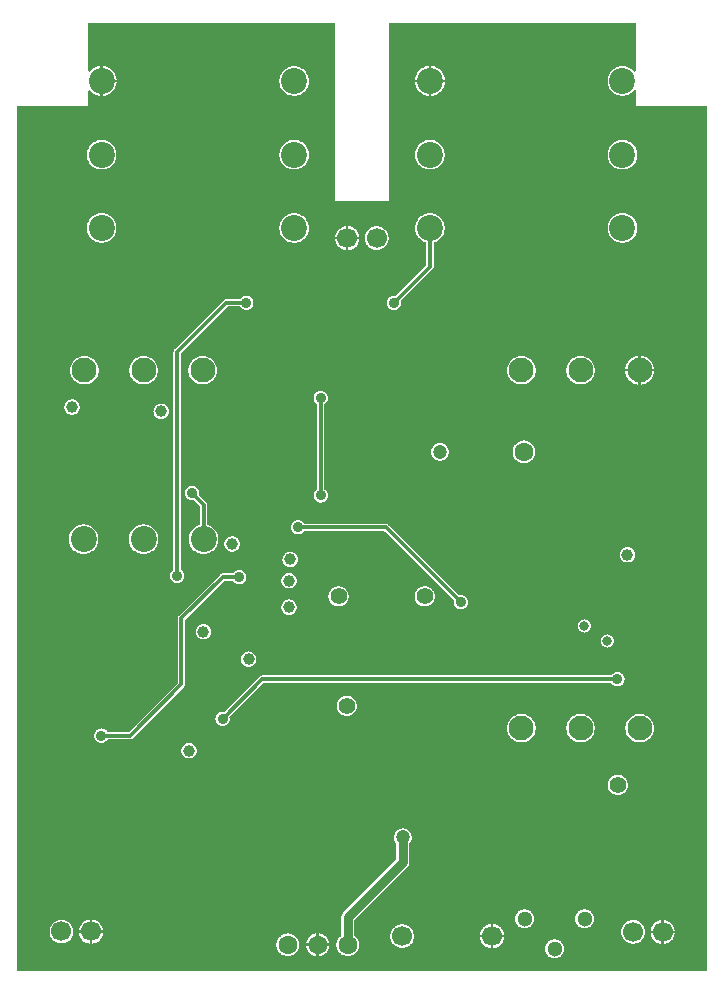
<source format=gbl>
%FSLAX46Y46*%
%MOMM*%
%ADD10C,0.300000*%
%ADD11C,0.800000*%
%AMPS12*
1,1,2.100000,0.000000,0.000000*
%
%ADD12PS12*%
%AMPS18*
1,1,1.600000,0.000000,0.000000*
%
%ADD18PS18*%
%AMPS13*
1,1,2.200000,0.000000,0.000000*
%
%ADD13PS13*%
%AMPS17*
1,1,1.300000,0.000000,0.000000*
%
%ADD17PS17*%
%AMPS16*
1,1,1.700000,0.000000,0.000000*
%
%ADD16PS16*%
%AMPS14*
1,1,1.700000,0.000000,0.000000*
%
%ADD14PS14*%
%AMPS15*
1,1,1.700000,0.000000,0.000000*
%
%ADD15PS15*%
%AMPS19*
1,1,2.200000,0.000000,0.000000*
%
%ADD19PS19*%
%AMPS26*
1,1,0.800000,0.000000,0.000000*
%
%ADD26PS26*%
%AMPS27*
1,1,1.200000,0.000000,0.000000*
%
%ADD27PS27*%
%AMPS24*
1,1,1.400000,0.000000,0.000000*
%
%ADD24PS24*%
%AMPS21*
1,1,0.700000,0.000000,0.000000*
%
%ADD21PS21*%
%AMPS25*
1,1,1.600000,0.000000,0.000000*
%
%ADD25PS25*%
%AMPS22*
1,1,0.900000,0.000000,0.000000*
%
%ADD22PS22*%
%AMPS23*
1,1,1.000000,0.000000,0.000000*
%
%ADD23PS23*%
%AMPS20*
1,1,0.700000,0.000000,0.000000*
%
%ADD20PS20*%
G01*
%LPD*%
G36*
X58690000Y310000D02*
X58690000Y73590000D01*
X52690000Y73590000D01*
X52690000Y74900353D01*
X52561978Y74949736D01*
X52437551Y74812449D01*
X52346283Y74729730D01*
X52247346Y74656353D01*
X52141685Y74593022D01*
X52030336Y74540358D01*
X51914364Y74498862D01*
X51794879Y74468933D01*
X51673030Y74450858D01*
X51550000Y74444813D01*
X51426970Y74450858D01*
X51305121Y74468933D01*
X51185636Y74498862D01*
X51069664Y74540358D01*
X50958315Y74593022D01*
X50852654Y74656353D01*
X50753717Y74729730D01*
X50662449Y74812449D01*
X50579730Y74903717D01*
X50506353Y75002654D01*
X50443022Y75108315D01*
X50390358Y75219664D01*
X50348862Y75335636D01*
X50318933Y75455121D01*
X50300858Y75576970D01*
X50294813Y75700000D01*
X50300858Y75823030D01*
X50318933Y75944879D01*
X50348862Y76064364D01*
X50390358Y76180336D01*
X50443022Y76291685D01*
X50506353Y76397346D01*
X50579730Y76496283D01*
X50662449Y76587551D01*
X50753717Y76670270D01*
X50852654Y76743647D01*
X50958315Y76806978D01*
X51069664Y76859642D01*
X51185636Y76901138D01*
X51305121Y76931067D01*
X51426970Y76949142D01*
X51550000Y76955187D01*
X51673030Y76949142D01*
X51794879Y76931067D01*
X51914364Y76901138D01*
X52030336Y76859642D01*
X52141685Y76806978D01*
X52247346Y76743647D01*
X52346283Y76670270D01*
X52437551Y76587551D01*
X52561978Y76450264D01*
X52690000Y76499647D01*
X52690000Y80590000D01*
X31810000Y80590000D01*
X31810000Y65490000D01*
X27190000Y65490000D01*
X27190000Y80590000D01*
X6310000Y80590000D01*
X6310000Y76529430D01*
X6438021Y76480047D01*
X6548290Y76601710D01*
X6641013Y76685749D01*
X6741533Y76760300D01*
X6848872Y76824636D01*
X6962000Y76878142D01*
X7079824Y76920300D01*
X7201213Y76950706D01*
X7325008Y76969070D01*
X7345000Y76970052D01*
X7345000Y74429948D01*
X7325008Y74430930D01*
X7201213Y74449294D01*
X7079824Y74479700D01*
X6962000Y74521858D01*
X6848872Y74575364D01*
X6741533Y74639700D01*
X6641013Y74714251D01*
X6548290Y74798290D01*
X6438021Y74919953D01*
X6310000Y74870570D01*
X6310000Y73590000D01*
X310000Y73590000D01*
X310000Y310000D01*
X58690000Y310000D01*
D02*
G37*
%LPC*%
G36*
X8720052Y75805000D02*
X7555000Y75805000D01*
X7555000Y76970052D01*
X7574992Y76969070D01*
X7698787Y76950706D01*
X7820176Y76920300D01*
X7938000Y76878142D01*
X8051128Y76824636D01*
X8158467Y76760300D01*
X8258987Y76685749D01*
X8351710Y76601710D01*
X8435749Y76508987D01*
X8510300Y76408467D01*
X8574636Y76301128D01*
X8628142Y76188000D01*
X8670300Y76070176D01*
X8700706Y75948787D01*
X8719070Y75824992D01*
X8720052Y75805000D01*
D02*
G37*
%LPC*%
G36*
X35145000Y75805000D02*
X33979948Y75805000D01*
X33980930Y75824992D01*
X33999294Y75948787D01*
X34029700Y76070176D01*
X34071858Y76188000D01*
X34125364Y76301128D01*
X34189700Y76408467D01*
X34264251Y76508987D01*
X34348290Y76601710D01*
X34441013Y76685749D01*
X34541533Y76760300D01*
X34648872Y76824636D01*
X34762000Y76878142D01*
X34879824Y76920300D01*
X35001213Y76950706D01*
X35125008Y76969070D01*
X35145000Y76970052D01*
X35145000Y75805000D01*
D02*
G37*
%LPC*%
G36*
X36520052Y75805000D02*
X35355000Y75805000D01*
X35355000Y76970052D01*
X35374992Y76969070D01*
X35498787Y76950706D01*
X35620176Y76920300D01*
X35738000Y76878142D01*
X35851128Y76824636D01*
X35958467Y76760300D01*
X36058987Y76685749D01*
X36151710Y76601710D01*
X36235749Y76508987D01*
X36310300Y76408467D01*
X36374636Y76301128D01*
X36428142Y76188000D01*
X36470300Y76070176D01*
X36500706Y75948787D01*
X36519070Y75824992D01*
X36520052Y75805000D01*
D02*
G37*
%LPC*%
G36*
X23750000Y74444813D02*
X23626970Y74450858D01*
X23505121Y74468933D01*
X23385636Y74498862D01*
X23269664Y74540358D01*
X23158315Y74593022D01*
X23052654Y74656353D01*
X22953717Y74729730D01*
X22862449Y74812449D01*
X22779730Y74903717D01*
X22706353Y75002654D01*
X22643022Y75108315D01*
X22590358Y75219664D01*
X22548862Y75335636D01*
X22518933Y75455121D01*
X22500858Y75576970D01*
X22494813Y75700000D01*
X22500858Y75823030D01*
X22518933Y75944879D01*
X22548862Y76064364D01*
X22590358Y76180336D01*
X22643022Y76291685D01*
X22706353Y76397346D01*
X22779730Y76496283D01*
X22862449Y76587551D01*
X22953717Y76670270D01*
X23052654Y76743647D01*
X23158315Y76806978D01*
X23269664Y76859642D01*
X23385636Y76901138D01*
X23505121Y76931067D01*
X23626970Y76949142D01*
X23750000Y76955187D01*
X23873030Y76949142D01*
X23994879Y76931067D01*
X24114364Y76901138D01*
X24230336Y76859642D01*
X24341685Y76806978D01*
X24447346Y76743647D01*
X24546283Y76670270D01*
X24637551Y76587551D01*
X24720270Y76496283D01*
X24793647Y76397346D01*
X24856978Y76291685D01*
X24909642Y76180336D01*
X24951138Y76064364D01*
X24981067Y75944879D01*
X24999142Y75823030D01*
X25005187Y75700000D01*
X24999142Y75576970D01*
X24981067Y75455121D01*
X24951138Y75335636D01*
X24909642Y75219664D01*
X24856978Y75108315D01*
X24793647Y75002654D01*
X24720270Y74903717D01*
X24637551Y74812449D01*
X24546283Y74729730D01*
X24447346Y74656353D01*
X24341685Y74593022D01*
X24230336Y74540358D01*
X24114364Y74498862D01*
X23994879Y74468933D01*
X23873030Y74450858D01*
X23750000Y74444813D01*
D02*
G37*
%LPC*%
G36*
X35355000Y74429948D02*
X35355000Y75595000D01*
X36520052Y75595000D01*
X36519070Y75575008D01*
X36500706Y75451213D01*
X36470300Y75329824D01*
X36428142Y75212000D01*
X36374636Y75098872D01*
X36310300Y74991533D01*
X36235749Y74891013D01*
X36151710Y74798290D01*
X36058987Y74714251D01*
X35958467Y74639700D01*
X35851128Y74575364D01*
X35738000Y74521858D01*
X35620176Y74479700D01*
X35498787Y74449294D01*
X35374992Y74430930D01*
X35355000Y74429948D01*
D02*
G37*
%LPC*%
G36*
X35145000Y74429948D02*
X35125008Y74430930D01*
X35001213Y74449294D01*
X34879824Y74479700D01*
X34762000Y74521858D01*
X34648872Y74575364D01*
X34541533Y74639700D01*
X34441013Y74714251D01*
X34348290Y74798290D01*
X34264251Y74891013D01*
X34189700Y74991533D01*
X34125364Y75098872D01*
X34071858Y75212000D01*
X34029700Y75329824D01*
X33999294Y75451213D01*
X33980930Y75575008D01*
X33979948Y75595000D01*
X35145000Y75595000D01*
X35145000Y74429948D01*
D02*
G37*
%LPC*%
G36*
X7555000Y74429948D02*
X7555000Y75595000D01*
X8720052Y75595000D01*
X8719070Y75575008D01*
X8700706Y75451213D01*
X8670300Y75329824D01*
X8628142Y75212000D01*
X8574636Y75098872D01*
X8510300Y74991533D01*
X8435749Y74891013D01*
X8351710Y74798290D01*
X8258987Y74714251D01*
X8158467Y74639700D01*
X8051128Y74575364D01*
X7938000Y74521858D01*
X7820176Y74479700D01*
X7698787Y74449294D01*
X7574992Y74430930D01*
X7555000Y74429948D01*
D02*
G37*
%LPC*%
G36*
X7450000Y68194813D02*
X7326970Y68200858D01*
X7205121Y68218933D01*
X7085636Y68248862D01*
X6969664Y68290358D01*
X6858315Y68343022D01*
X6752654Y68406353D01*
X6653717Y68479730D01*
X6562449Y68562449D01*
X6479730Y68653717D01*
X6406353Y68752654D01*
X6343022Y68858315D01*
X6290358Y68969664D01*
X6248862Y69085636D01*
X6218933Y69205121D01*
X6200858Y69326970D01*
X6194813Y69450000D01*
X6200858Y69573030D01*
X6218933Y69694879D01*
X6248862Y69814364D01*
X6290358Y69930336D01*
X6343022Y70041685D01*
X6406353Y70147346D01*
X6479730Y70246283D01*
X6562449Y70337551D01*
X6653717Y70420270D01*
X6752654Y70493647D01*
X6858315Y70556978D01*
X6969664Y70609642D01*
X7085636Y70651138D01*
X7205121Y70681067D01*
X7326970Y70699142D01*
X7450000Y70705187D01*
X7573030Y70699142D01*
X7694879Y70681067D01*
X7814364Y70651138D01*
X7930336Y70609642D01*
X8041685Y70556978D01*
X8147346Y70493647D01*
X8246283Y70420270D01*
X8337551Y70337551D01*
X8420270Y70246283D01*
X8493647Y70147346D01*
X8556978Y70041685D01*
X8609642Y69930336D01*
X8651138Y69814364D01*
X8681067Y69694879D01*
X8699142Y69573030D01*
X8705187Y69450000D01*
X8699142Y69326970D01*
X8681067Y69205121D01*
X8651138Y69085636D01*
X8609642Y68969664D01*
X8556978Y68858315D01*
X8493647Y68752654D01*
X8420270Y68653717D01*
X8337551Y68562449D01*
X8246283Y68479730D01*
X8147346Y68406353D01*
X8041685Y68343022D01*
X7930336Y68290358D01*
X7814364Y68248862D01*
X7694879Y68218933D01*
X7573030Y68200858D01*
X7450000Y68194813D01*
D02*
G37*
%LPC*%
G36*
X23750000Y68194813D02*
X23626970Y68200858D01*
X23505121Y68218933D01*
X23385636Y68248862D01*
X23269664Y68290358D01*
X23158315Y68343022D01*
X23052654Y68406353D01*
X22953717Y68479730D01*
X22862449Y68562449D01*
X22779730Y68653717D01*
X22706353Y68752654D01*
X22643022Y68858315D01*
X22590358Y68969664D01*
X22548862Y69085636D01*
X22518933Y69205121D01*
X22500858Y69326970D01*
X22494813Y69450000D01*
X22500858Y69573030D01*
X22518933Y69694879D01*
X22548862Y69814364D01*
X22590358Y69930336D01*
X22643022Y70041685D01*
X22706353Y70147346D01*
X22779730Y70246283D01*
X22862449Y70337551D01*
X22953717Y70420270D01*
X23052654Y70493647D01*
X23158315Y70556978D01*
X23269664Y70609642D01*
X23385636Y70651138D01*
X23505121Y70681067D01*
X23626970Y70699142D01*
X23750000Y70705187D01*
X23873030Y70699142D01*
X23994879Y70681067D01*
X24114364Y70651138D01*
X24230336Y70609642D01*
X24341685Y70556978D01*
X24447346Y70493647D01*
X24546283Y70420270D01*
X24637551Y70337551D01*
X24720270Y70246283D01*
X24793647Y70147346D01*
X24856978Y70041685D01*
X24909642Y69930336D01*
X24951138Y69814364D01*
X24981067Y69694879D01*
X24999142Y69573030D01*
X25005187Y69450000D01*
X24999142Y69326970D01*
X24981067Y69205121D01*
X24951138Y69085636D01*
X24909642Y68969664D01*
X24856978Y68858315D01*
X24793647Y68752654D01*
X24720270Y68653717D01*
X24637551Y68562449D01*
X24546283Y68479730D01*
X24447346Y68406353D01*
X24341685Y68343022D01*
X24230336Y68290358D01*
X24114364Y68248862D01*
X23994879Y68218933D01*
X23873030Y68200858D01*
X23750000Y68194813D01*
D02*
G37*
%LPC*%
G36*
X35250000Y68194813D02*
X35126970Y68200858D01*
X35005121Y68218933D01*
X34885636Y68248862D01*
X34769664Y68290358D01*
X34658315Y68343022D01*
X34552654Y68406353D01*
X34453717Y68479730D01*
X34362449Y68562449D01*
X34279730Y68653717D01*
X34206353Y68752654D01*
X34143022Y68858315D01*
X34090358Y68969664D01*
X34048862Y69085636D01*
X34018933Y69205121D01*
X34000858Y69326970D01*
X33994813Y69450000D01*
X34000858Y69573030D01*
X34018933Y69694879D01*
X34048862Y69814364D01*
X34090358Y69930336D01*
X34143022Y70041685D01*
X34206353Y70147346D01*
X34279730Y70246283D01*
X34362449Y70337551D01*
X34453717Y70420270D01*
X34552654Y70493647D01*
X34658315Y70556978D01*
X34769664Y70609642D01*
X34885636Y70651138D01*
X35005121Y70681067D01*
X35126970Y70699142D01*
X35250000Y70705187D01*
X35373030Y70699142D01*
X35494879Y70681067D01*
X35614364Y70651138D01*
X35730336Y70609642D01*
X35841685Y70556978D01*
X35947346Y70493647D01*
X36046283Y70420270D01*
X36137551Y70337551D01*
X36220270Y70246283D01*
X36293647Y70147346D01*
X36356978Y70041685D01*
X36409642Y69930336D01*
X36451138Y69814364D01*
X36481067Y69694879D01*
X36499142Y69573030D01*
X36505187Y69450000D01*
X36499142Y69326970D01*
X36481067Y69205121D01*
X36451138Y69085636D01*
X36409642Y68969664D01*
X36356978Y68858315D01*
X36293647Y68752654D01*
X36220270Y68653717D01*
X36137551Y68562449D01*
X36046283Y68479730D01*
X35947346Y68406353D01*
X35841685Y68343022D01*
X35730336Y68290358D01*
X35614364Y68248862D01*
X35494879Y68218933D01*
X35373030Y68200858D01*
X35250000Y68194813D01*
D02*
G37*
%LPC*%
G36*
X51550000Y68194813D02*
X51426970Y68200858D01*
X51305121Y68218933D01*
X51185636Y68248862D01*
X51069664Y68290358D01*
X50958315Y68343022D01*
X50852654Y68406353D01*
X50753717Y68479730D01*
X50662449Y68562449D01*
X50579730Y68653717D01*
X50506353Y68752654D01*
X50443022Y68858315D01*
X50390358Y68969664D01*
X50348862Y69085636D01*
X50318933Y69205121D01*
X50300858Y69326970D01*
X50294813Y69450000D01*
X50300858Y69573030D01*
X50318933Y69694879D01*
X50348862Y69814364D01*
X50390358Y69930336D01*
X50443022Y70041685D01*
X50506353Y70147346D01*
X50579730Y70246283D01*
X50662449Y70337551D01*
X50753717Y70420270D01*
X50852654Y70493647D01*
X50958315Y70556978D01*
X51069664Y70609642D01*
X51185636Y70651138D01*
X51305121Y70681067D01*
X51426970Y70699142D01*
X51550000Y70705187D01*
X51673030Y70699142D01*
X51794879Y70681067D01*
X51914364Y70651138D01*
X52030336Y70609642D01*
X52141685Y70556978D01*
X52247346Y70493647D01*
X52346283Y70420270D01*
X52437551Y70337551D01*
X52520270Y70246283D01*
X52593647Y70147346D01*
X52656978Y70041685D01*
X52709642Y69930336D01*
X52751138Y69814364D01*
X52781067Y69694879D01*
X52799142Y69573030D01*
X52805187Y69450000D01*
X52799142Y69326970D01*
X52781067Y69205121D01*
X52751138Y69085636D01*
X52709642Y68969664D01*
X52656978Y68858315D01*
X52593647Y68752654D01*
X52520270Y68653717D01*
X52437551Y68562449D01*
X52346283Y68479730D01*
X52247346Y68406353D01*
X52141685Y68343022D01*
X52030336Y68290358D01*
X51914364Y68248862D01*
X51794879Y68218933D01*
X51673030Y68200858D01*
X51550000Y68194813D01*
D02*
G37*
%LPC*%
G36*
X7450000Y61994813D02*
X7326970Y62000858D01*
X7205121Y62018933D01*
X7085636Y62048862D01*
X6969664Y62090358D01*
X6858315Y62143022D01*
X6752654Y62206353D01*
X6653717Y62279730D01*
X6562449Y62362449D01*
X6479730Y62453717D01*
X6406353Y62552654D01*
X6343022Y62658315D01*
X6290358Y62769664D01*
X6248862Y62885636D01*
X6218933Y63005121D01*
X6200858Y63126970D01*
X6194813Y63250000D01*
X6200858Y63373030D01*
X6218933Y63494879D01*
X6248862Y63614364D01*
X6290358Y63730336D01*
X6343022Y63841685D01*
X6406353Y63947346D01*
X6479730Y64046283D01*
X6562449Y64137551D01*
X6653717Y64220270D01*
X6752654Y64293647D01*
X6858315Y64356978D01*
X6969664Y64409642D01*
X7085636Y64451138D01*
X7205121Y64481067D01*
X7326970Y64499142D01*
X7450000Y64505187D01*
X7573030Y64499142D01*
X7694879Y64481067D01*
X7814364Y64451138D01*
X7930336Y64409642D01*
X8041685Y64356978D01*
X8147346Y64293647D01*
X8246283Y64220270D01*
X8337551Y64137551D01*
X8420270Y64046283D01*
X8493647Y63947346D01*
X8556978Y63841685D01*
X8609642Y63730336D01*
X8651138Y63614364D01*
X8681067Y63494879D01*
X8699142Y63373030D01*
X8705187Y63250000D01*
X8699142Y63126970D01*
X8681067Y63005121D01*
X8651138Y62885636D01*
X8609642Y62769664D01*
X8556978Y62658315D01*
X8493647Y62552654D01*
X8420270Y62453717D01*
X8337551Y62362449D01*
X8246283Y62279730D01*
X8147346Y62206353D01*
X8041685Y62143022D01*
X7930336Y62090358D01*
X7814364Y62048862D01*
X7694879Y62018933D01*
X7573030Y62000858D01*
X7450000Y61994813D01*
D02*
G37*
%LPC*%
G36*
X23750000Y61994813D02*
X23626970Y62000858D01*
X23505121Y62018933D01*
X23385636Y62048862D01*
X23269664Y62090358D01*
X23158315Y62143022D01*
X23052654Y62206353D01*
X22953717Y62279730D01*
X22862449Y62362449D01*
X22779730Y62453717D01*
X22706353Y62552654D01*
X22643022Y62658315D01*
X22590358Y62769664D01*
X22548862Y62885636D01*
X22518933Y63005121D01*
X22500858Y63126970D01*
X22494813Y63250000D01*
X22500858Y63373030D01*
X22518933Y63494879D01*
X22548862Y63614364D01*
X22590358Y63730336D01*
X22643022Y63841685D01*
X22706353Y63947346D01*
X22779730Y64046283D01*
X22862449Y64137551D01*
X22953717Y64220270D01*
X23052654Y64293647D01*
X23158315Y64356978D01*
X23269664Y64409642D01*
X23385636Y64451138D01*
X23505121Y64481067D01*
X23626970Y64499142D01*
X23750000Y64505187D01*
X23873030Y64499142D01*
X23994879Y64481067D01*
X24114364Y64451138D01*
X24230336Y64409642D01*
X24341685Y64356978D01*
X24447346Y64293647D01*
X24546283Y64220270D01*
X24637551Y64137551D01*
X24720270Y64046283D01*
X24793647Y63947346D01*
X24856978Y63841685D01*
X24909642Y63730336D01*
X24951138Y63614364D01*
X24981067Y63494879D01*
X24999142Y63373030D01*
X25005187Y63250000D01*
X24999142Y63126970D01*
X24981067Y63005121D01*
X24951138Y62885636D01*
X24909642Y62769664D01*
X24856978Y62658315D01*
X24793647Y62552654D01*
X24720270Y62453717D01*
X24637551Y62362449D01*
X24546283Y62279730D01*
X24447346Y62206353D01*
X24341685Y62143022D01*
X24230336Y62090358D01*
X24114364Y62048862D01*
X23994879Y62018933D01*
X23873030Y62000858D01*
X23750000Y61994813D01*
D02*
G37*
%LPC*%
G36*
X32200000Y56294812D02*
X32140690Y56297727D01*
X32081927Y56306443D01*
X32024326Y56320871D01*
X31968404Y56340881D01*
X31914719Y56366272D01*
X31863777Y56396806D01*
X31816076Y56432184D01*
X31772068Y56472068D01*
X31732184Y56516076D01*
X31696806Y56563777D01*
X31666272Y56614719D01*
X31640881Y56668404D01*
X31620871Y56724326D01*
X31606443Y56781927D01*
X31597727Y56840690D01*
X31594812Y56900000D01*
X31597727Y56959310D01*
X31606443Y57018073D01*
X31620871Y57075674D01*
X31640881Y57131596D01*
X31666272Y57185281D01*
X31696806Y57236223D01*
X31732184Y57283924D01*
X31772068Y57327932D01*
X31816076Y57367816D01*
X31863777Y57403194D01*
X31914719Y57433728D01*
X31968404Y57459119D01*
X32024326Y57479129D01*
X32081927Y57493557D01*
X32140690Y57502273D01*
X32200000Y57505188D01*
X32259313Y57502273D01*
X32356520Y57487855D01*
X34945000Y60076335D01*
X34945000Y62027622D01*
X34769663Y62090358D01*
X34658315Y62143022D01*
X34552654Y62206353D01*
X34453717Y62279730D01*
X34362449Y62362449D01*
X34279730Y62453717D01*
X34206353Y62552654D01*
X34143022Y62658315D01*
X34090358Y62769664D01*
X34048862Y62885636D01*
X34018933Y63005121D01*
X34000858Y63126970D01*
X33994813Y63250000D01*
X34000858Y63373030D01*
X34018933Y63494879D01*
X34048862Y63614364D01*
X34090358Y63730336D01*
X34143022Y63841685D01*
X34206353Y63947346D01*
X34279730Y64046283D01*
X34362449Y64137551D01*
X34453717Y64220270D01*
X34552654Y64293647D01*
X34658315Y64356978D01*
X34769664Y64409642D01*
X34885636Y64451138D01*
X35005121Y64481067D01*
X35126970Y64499142D01*
X35250000Y64505187D01*
X35373030Y64499142D01*
X35494879Y64481067D01*
X35614364Y64451138D01*
X35730336Y64409642D01*
X35841685Y64356978D01*
X35947346Y64293647D01*
X36046283Y64220270D01*
X36137551Y64137551D01*
X36220270Y64046283D01*
X36293647Y63947346D01*
X36356978Y63841685D01*
X36409642Y63730336D01*
X36451138Y63614364D01*
X36481067Y63494879D01*
X36499142Y63373030D01*
X36505187Y63250000D01*
X36499142Y63126970D01*
X36481067Y63005121D01*
X36451138Y62885636D01*
X36409642Y62769664D01*
X36356978Y62658315D01*
X36293647Y62552654D01*
X36220270Y62453717D01*
X36137551Y62362449D01*
X36046283Y62279730D01*
X35947346Y62206353D01*
X35841685Y62143022D01*
X35730337Y62090358D01*
X35555000Y62027622D01*
X35555000Y59942382D01*
X35549874Y59890351D01*
X35532475Y59832994D01*
X35504223Y59780136D01*
X35466572Y59734257D01*
X35460689Y59729355D01*
X32787855Y57056520D01*
X32802273Y56959313D01*
X32805188Y56900000D01*
X32802273Y56840690D01*
X32793557Y56781927D01*
X32779129Y56724326D01*
X32759119Y56668404D01*
X32733728Y56614719D01*
X32703194Y56563777D01*
X32667816Y56516076D01*
X32627932Y56472068D01*
X32583924Y56432184D01*
X32536223Y56396806D01*
X32485281Y56366272D01*
X32431596Y56340881D01*
X32375674Y56320871D01*
X32318073Y56306443D01*
X32259310Y56297727D01*
X32200000Y56294812D01*
D02*
G37*
%LPC*%
G36*
X51550000Y61994813D02*
X51426970Y62000858D01*
X51305121Y62018933D01*
X51185636Y62048862D01*
X51069664Y62090358D01*
X50958315Y62143022D01*
X50852654Y62206353D01*
X50753717Y62279730D01*
X50662449Y62362449D01*
X50579730Y62453717D01*
X50506353Y62552654D01*
X50443022Y62658315D01*
X50390358Y62769664D01*
X50348862Y62885636D01*
X50318933Y63005121D01*
X50300858Y63126970D01*
X50294813Y63250000D01*
X50300858Y63373030D01*
X50318933Y63494879D01*
X50348862Y63614364D01*
X50390358Y63730336D01*
X50443022Y63841685D01*
X50506353Y63947346D01*
X50579730Y64046283D01*
X50662449Y64137551D01*
X50753717Y64220270D01*
X50852654Y64293647D01*
X50958315Y64356978D01*
X51069664Y64409642D01*
X51185636Y64451138D01*
X51305121Y64481067D01*
X51426970Y64499142D01*
X51550000Y64505187D01*
X51673030Y64499142D01*
X51794879Y64481067D01*
X51914364Y64451138D01*
X52030336Y64409642D01*
X52141685Y64356978D01*
X52247346Y64293647D01*
X52346283Y64220270D01*
X52437551Y64137551D01*
X52520270Y64046283D01*
X52593647Y63947346D01*
X52656978Y63841685D01*
X52709642Y63730336D01*
X52751138Y63614364D01*
X52781067Y63494879D01*
X52799142Y63373030D01*
X52805187Y63250000D01*
X52799142Y63126970D01*
X52781067Y63005121D01*
X52751138Y62885636D01*
X52709642Y62769664D01*
X52656978Y62658315D01*
X52593647Y62552654D01*
X52520270Y62453717D01*
X52437551Y62362449D01*
X52346283Y62279730D01*
X52247346Y62206353D01*
X52141685Y62143022D01*
X52030336Y62090358D01*
X51914364Y62048862D01*
X51794879Y62018933D01*
X51673030Y62000858D01*
X51550000Y61994813D01*
D02*
G37*
%LPC*%
G36*
X28145000Y62505000D02*
X27230395Y62505000D01*
X27244490Y62600014D01*
X27268935Y62697605D01*
X27302827Y62792328D01*
X27345842Y62883275D01*
X27397571Y62969579D01*
X27457504Y63050389D01*
X27525067Y63124933D01*
X27599611Y63192496D01*
X27680421Y63252429D01*
X27766725Y63304158D01*
X27857672Y63347173D01*
X27952395Y63381065D01*
X28049986Y63405510D01*
X28145000Y63419605D01*
X28145000Y62505000D01*
D02*
G37*
%LPC*%
G36*
X29269605Y62505000D02*
X28355000Y62505000D01*
X28355000Y63419605D01*
X28450014Y63405510D01*
X28547605Y63381065D01*
X28642328Y63347173D01*
X28733275Y63304158D01*
X28819579Y63252429D01*
X28900389Y63192496D01*
X28974933Y63124933D01*
X29042496Y63050389D01*
X29102429Y62969579D01*
X29154158Y62883275D01*
X29197173Y62792328D01*
X29231065Y62697605D01*
X29255510Y62600014D01*
X29269605Y62505000D01*
D02*
G37*
%LPC*%
G36*
X30750000Y61394813D02*
X30651474Y61399654D01*
X30553893Y61414129D01*
X30458208Y61438097D01*
X30365331Y61471329D01*
X30276160Y61513502D01*
X30191554Y61564214D01*
X30112314Y61622983D01*
X30039226Y61689226D01*
X29972983Y61762314D01*
X29914214Y61841554D01*
X29863502Y61926160D01*
X29821329Y62015331D01*
X29788097Y62108208D01*
X29764129Y62203893D01*
X29749654Y62301474D01*
X29744813Y62400000D01*
X29749654Y62498526D01*
X29764129Y62596107D01*
X29788097Y62691792D01*
X29821329Y62784669D01*
X29863502Y62873840D01*
X29914214Y62958446D01*
X29972983Y63037686D01*
X30039226Y63110774D01*
X30112314Y63177017D01*
X30191554Y63235786D01*
X30276160Y63286498D01*
X30365331Y63328671D01*
X30458208Y63361903D01*
X30553893Y63385871D01*
X30651474Y63400346D01*
X30750000Y63405187D01*
X30848526Y63400346D01*
X30946107Y63385871D01*
X31041792Y63361903D01*
X31134669Y63328671D01*
X31223840Y63286498D01*
X31308446Y63235786D01*
X31387686Y63177017D01*
X31460774Y63110774D01*
X31527017Y63037686D01*
X31585786Y62958446D01*
X31636498Y62873840D01*
X31678671Y62784669D01*
X31711903Y62691792D01*
X31735871Y62596107D01*
X31750346Y62498526D01*
X31755187Y62400000D01*
X31750346Y62301474D01*
X31735871Y62203893D01*
X31711903Y62108208D01*
X31678671Y62015331D01*
X31636498Y61926160D01*
X31585786Y61841554D01*
X31527017Y61762314D01*
X31460774Y61689226D01*
X31387686Y61622983D01*
X31308446Y61564214D01*
X31223840Y61513502D01*
X31134669Y61471329D01*
X31041792Y61438097D01*
X30946107Y61414129D01*
X30848526Y61399654D01*
X30750000Y61394813D01*
D02*
G37*
%LPC*%
G36*
X28355000Y61380395D02*
X28355000Y62295000D01*
X29269605Y62295000D01*
X29255510Y62199986D01*
X29231065Y62102395D01*
X29197173Y62007672D01*
X29154158Y61916725D01*
X29102429Y61830421D01*
X29042496Y61749611D01*
X28974933Y61675067D01*
X28900389Y61607504D01*
X28819579Y61547571D01*
X28733275Y61495842D01*
X28642328Y61452827D01*
X28547605Y61418935D01*
X28450014Y61394490D01*
X28355000Y61380395D01*
D02*
G37*
%LPC*%
G36*
X28145000Y61380395D02*
X28049986Y61394490D01*
X27952395Y61418935D01*
X27857672Y61452827D01*
X27766725Y61495842D01*
X27680421Y61547571D01*
X27599611Y61607504D01*
X27525067Y61675067D01*
X27457504Y61749611D01*
X27397571Y61830421D01*
X27345842Y61916725D01*
X27302827Y62007672D01*
X27268935Y62102395D01*
X27244490Y62199986D01*
X27230395Y62295000D01*
X28145000Y62295000D01*
X28145000Y61380395D01*
D02*
G37*
%LPC*%
G36*
X13840000Y33194812D02*
X13780690Y33197727D01*
X13721927Y33206443D01*
X13664326Y33220871D01*
X13608404Y33240881D01*
X13554719Y33266272D01*
X13503777Y33296806D01*
X13456076Y33332184D01*
X13412068Y33372068D01*
X13372184Y33416076D01*
X13336806Y33463777D01*
X13306272Y33514719D01*
X13280881Y33568404D01*
X13260871Y33624326D01*
X13246443Y33681927D01*
X13237727Y33740690D01*
X13234812Y33800000D01*
X13237727Y33859310D01*
X13246443Y33918073D01*
X13260871Y33975674D01*
X13280881Y34031596D01*
X13306272Y34085281D01*
X13336806Y34136223D01*
X13372184Y34183924D01*
X13412068Y34227932D01*
X13456072Y34267812D01*
X13535000Y34326353D01*
X13535000Y52747611D01*
X13540125Y52799648D01*
X13557525Y52857006D01*
X13585776Y52909863D01*
X13623427Y52955742D01*
X13629310Y52960644D01*
X17789355Y57120689D01*
X17794257Y57126572D01*
X17840136Y57164223D01*
X17892994Y57192475D01*
X17950351Y57209874D01*
X18002382Y57215000D01*
X19183647Y57215000D01*
X19242188Y57293928D01*
X19282068Y57337932D01*
X19326076Y57377816D01*
X19373777Y57413194D01*
X19424719Y57443728D01*
X19478404Y57469119D01*
X19534326Y57489129D01*
X19591927Y57503557D01*
X19650690Y57512273D01*
X19710000Y57515188D01*
X19769310Y57512273D01*
X19828073Y57503557D01*
X19885674Y57489129D01*
X19941596Y57469119D01*
X19995281Y57443728D01*
X20046223Y57413194D01*
X20093924Y57377816D01*
X20137932Y57337932D01*
X20177816Y57293924D01*
X20213194Y57246223D01*
X20243728Y57195281D01*
X20269119Y57141596D01*
X20289129Y57085674D01*
X20303557Y57028073D01*
X20312273Y56969310D01*
X20315188Y56910000D01*
X20312273Y56850690D01*
X20303557Y56791927D01*
X20289129Y56734326D01*
X20269119Y56678404D01*
X20243728Y56624719D01*
X20213194Y56573777D01*
X20177816Y56526076D01*
X20137932Y56482068D01*
X20093924Y56442184D01*
X20046223Y56406806D01*
X19995281Y56376272D01*
X19941596Y56350881D01*
X19885674Y56330871D01*
X19828073Y56316443D01*
X19769310Y56307727D01*
X19710000Y56304812D01*
X19650690Y56307727D01*
X19591927Y56316443D01*
X19534326Y56330871D01*
X19478404Y56350881D01*
X19424719Y56376272D01*
X19373777Y56406806D01*
X19326076Y56442184D01*
X19282068Y56482068D01*
X19242188Y56526072D01*
X19183647Y56605000D01*
X18136335Y56605000D01*
X14145000Y52613665D01*
X14145000Y34326353D01*
X14223928Y34267812D01*
X14267932Y34227932D01*
X14307816Y34183924D01*
X14343194Y34136223D01*
X14373728Y34085281D01*
X14399119Y34031596D01*
X14419129Y33975674D01*
X14433557Y33918073D01*
X14442273Y33859310D01*
X14445188Y33800000D01*
X14442273Y33740690D01*
X14433557Y33681927D01*
X14419129Y33624326D01*
X14399119Y33568404D01*
X14373728Y33514719D01*
X14343194Y33463777D01*
X14307816Y33416076D01*
X14267932Y33372068D01*
X14223924Y33332184D01*
X14176223Y33296806D01*
X14125281Y33266272D01*
X14071596Y33240881D01*
X14015674Y33220871D01*
X13958073Y33206443D01*
X13899310Y33197727D01*
X13840000Y33194812D01*
D02*
G37*
%LPC*%
G36*
X52895000Y51305000D02*
X51779948Y51305000D01*
X51780690Y51320092D01*
X51798333Y51439030D01*
X51827547Y51555661D01*
X51868052Y51668866D01*
X51919460Y51777558D01*
X51981275Y51880690D01*
X52052900Y51977264D01*
X52133645Y52066355D01*
X52222736Y52147100D01*
X52319310Y52218725D01*
X52422442Y52280540D01*
X52531134Y52331948D01*
X52644339Y52372453D01*
X52760970Y52401667D01*
X52879908Y52419310D01*
X52895000Y52420052D01*
X52895000Y51305000D01*
D02*
G37*
%LPC*%
G36*
X54220052Y51305000D02*
X53105000Y51305000D01*
X53105000Y52420052D01*
X53120092Y52419310D01*
X53239030Y52401667D01*
X53355661Y52372453D01*
X53468866Y52331948D01*
X53577558Y52280540D01*
X53680690Y52218725D01*
X53777264Y52147100D01*
X53866355Y52066355D01*
X53947100Y51977264D01*
X54018725Y51880690D01*
X54080540Y51777558D01*
X54131948Y51668866D01*
X54172453Y51555661D01*
X54201667Y51439030D01*
X54219310Y51320092D01*
X54220052Y51305000D01*
D02*
G37*
%LPC*%
G36*
X6000000Y49994812D02*
X5881880Y50000617D01*
X5764877Y50017972D01*
X5650151Y50046709D01*
X5538798Y50086552D01*
X5431880Y50137120D01*
X5330429Y50197927D01*
X5235443Y50268374D01*
X5147804Y50347804D01*
X5068374Y50435443D01*
X4997927Y50530429D01*
X4937120Y50631880D01*
X4886552Y50738798D01*
X4846709Y50850151D01*
X4817972Y50964877D01*
X4800617Y51081880D01*
X4794812Y51200000D01*
X4800617Y51318120D01*
X4817972Y51435123D01*
X4846709Y51549849D01*
X4886552Y51661202D01*
X4937120Y51768120D01*
X4997927Y51869571D01*
X5068374Y51964557D01*
X5147804Y52052196D01*
X5235443Y52131626D01*
X5330429Y52202073D01*
X5431880Y52262880D01*
X5538798Y52313448D01*
X5650151Y52353291D01*
X5764877Y52382028D01*
X5881880Y52399383D01*
X6000000Y52405188D01*
X6118120Y52399383D01*
X6235123Y52382028D01*
X6349849Y52353291D01*
X6461202Y52313448D01*
X6568120Y52262880D01*
X6669571Y52202073D01*
X6764557Y52131626D01*
X6852196Y52052196D01*
X6931626Y51964557D01*
X7002073Y51869571D01*
X7062880Y51768120D01*
X7113448Y51661202D01*
X7153291Y51549849D01*
X7182028Y51435123D01*
X7199383Y51318120D01*
X7205188Y51200000D01*
X7199383Y51081880D01*
X7182028Y50964877D01*
X7153291Y50850151D01*
X7113448Y50738798D01*
X7062880Y50631880D01*
X7002073Y50530429D01*
X6931626Y50435443D01*
X6852196Y50347804D01*
X6764557Y50268374D01*
X6669571Y50197927D01*
X6568120Y50137120D01*
X6461202Y50086552D01*
X6349849Y50046709D01*
X6235123Y50017972D01*
X6118120Y50000617D01*
X6000000Y49994812D01*
D02*
G37*
%LPC*%
G36*
X11000000Y49994812D02*
X10881880Y50000617D01*
X10764877Y50017972D01*
X10650151Y50046709D01*
X10538798Y50086552D01*
X10431880Y50137120D01*
X10330429Y50197927D01*
X10235443Y50268374D01*
X10147804Y50347804D01*
X10068374Y50435443D01*
X9997927Y50530429D01*
X9937120Y50631880D01*
X9886552Y50738798D01*
X9846709Y50850151D01*
X9817972Y50964877D01*
X9800617Y51081880D01*
X9794812Y51200000D01*
X9800617Y51318120D01*
X9817972Y51435123D01*
X9846709Y51549849D01*
X9886552Y51661202D01*
X9937120Y51768120D01*
X9997927Y51869571D01*
X10068374Y51964557D01*
X10147804Y52052196D01*
X10235443Y52131626D01*
X10330429Y52202073D01*
X10431880Y52262880D01*
X10538798Y52313448D01*
X10650151Y52353291D01*
X10764877Y52382028D01*
X10881880Y52399383D01*
X11000000Y52405188D01*
X11118120Y52399383D01*
X11235123Y52382028D01*
X11349849Y52353291D01*
X11461202Y52313448D01*
X11568120Y52262880D01*
X11669571Y52202073D01*
X11764557Y52131626D01*
X11852196Y52052196D01*
X11931626Y51964557D01*
X12002073Y51869571D01*
X12062880Y51768120D01*
X12113448Y51661202D01*
X12153291Y51549849D01*
X12182028Y51435123D01*
X12199383Y51318120D01*
X12205188Y51200000D01*
X12199383Y51081880D01*
X12182028Y50964877D01*
X12153291Y50850151D01*
X12113448Y50738798D01*
X12062880Y50631880D01*
X12002073Y50530429D01*
X11931626Y50435443D01*
X11852196Y50347804D01*
X11764557Y50268374D01*
X11669571Y50197927D01*
X11568120Y50137120D01*
X11461202Y50086552D01*
X11349849Y50046709D01*
X11235123Y50017972D01*
X11118120Y50000617D01*
X11000000Y49994812D01*
D02*
G37*
%LPC*%
G36*
X16000000Y49994812D02*
X15881880Y50000617D01*
X15764877Y50017972D01*
X15650151Y50046709D01*
X15538798Y50086552D01*
X15431880Y50137120D01*
X15330429Y50197927D01*
X15235443Y50268374D01*
X15147804Y50347804D01*
X15068374Y50435443D01*
X14997927Y50530429D01*
X14937120Y50631880D01*
X14886552Y50738798D01*
X14846709Y50850151D01*
X14817972Y50964877D01*
X14800617Y51081880D01*
X14794812Y51200000D01*
X14800617Y51318120D01*
X14817972Y51435123D01*
X14846709Y51549849D01*
X14886552Y51661202D01*
X14937120Y51768120D01*
X14997927Y51869571D01*
X15068374Y51964557D01*
X15147804Y52052196D01*
X15235443Y52131626D01*
X15330429Y52202073D01*
X15431880Y52262880D01*
X15538798Y52313448D01*
X15650151Y52353291D01*
X15764877Y52382028D01*
X15881880Y52399383D01*
X16000000Y52405188D01*
X16118120Y52399383D01*
X16235123Y52382028D01*
X16349849Y52353291D01*
X16461202Y52313448D01*
X16568120Y52262880D01*
X16669571Y52202073D01*
X16764557Y52131626D01*
X16852196Y52052196D01*
X16931626Y51964557D01*
X17002073Y51869571D01*
X17062880Y51768120D01*
X17113448Y51661202D01*
X17153291Y51549849D01*
X17182028Y51435123D01*
X17199383Y51318120D01*
X17205188Y51200000D01*
X17199383Y51081880D01*
X17182028Y50964877D01*
X17153291Y50850151D01*
X17113448Y50738798D01*
X17062880Y50631880D01*
X17002073Y50530429D01*
X16931626Y50435443D01*
X16852196Y50347804D01*
X16764557Y50268374D01*
X16669571Y50197927D01*
X16568120Y50137120D01*
X16461202Y50086552D01*
X16349849Y50046709D01*
X16235123Y50017972D01*
X16118120Y50000617D01*
X16000000Y49994812D01*
D02*
G37*
%LPC*%
G36*
X43000000Y49994812D02*
X42881880Y50000617D01*
X42764877Y50017972D01*
X42650151Y50046709D01*
X42538798Y50086552D01*
X42431880Y50137120D01*
X42330429Y50197927D01*
X42235443Y50268374D01*
X42147804Y50347804D01*
X42068374Y50435443D01*
X41997927Y50530429D01*
X41937120Y50631880D01*
X41886552Y50738798D01*
X41846709Y50850151D01*
X41817972Y50964877D01*
X41800617Y51081880D01*
X41794812Y51200000D01*
X41800617Y51318120D01*
X41817972Y51435123D01*
X41846709Y51549849D01*
X41886552Y51661202D01*
X41937120Y51768120D01*
X41997927Y51869571D01*
X42068374Y51964557D01*
X42147804Y52052196D01*
X42235443Y52131626D01*
X42330429Y52202073D01*
X42431880Y52262880D01*
X42538798Y52313448D01*
X42650151Y52353291D01*
X42764877Y52382028D01*
X42881880Y52399383D01*
X43000000Y52405188D01*
X43118120Y52399383D01*
X43235123Y52382028D01*
X43349849Y52353291D01*
X43461202Y52313448D01*
X43568120Y52262880D01*
X43669571Y52202073D01*
X43764557Y52131626D01*
X43852196Y52052196D01*
X43931626Y51964557D01*
X44002073Y51869571D01*
X44062880Y51768120D01*
X44113448Y51661202D01*
X44153291Y51549849D01*
X44182028Y51435123D01*
X44199383Y51318120D01*
X44205188Y51200000D01*
X44199383Y51081880D01*
X44182028Y50964877D01*
X44153291Y50850151D01*
X44113448Y50738798D01*
X44062880Y50631880D01*
X44002073Y50530429D01*
X43931626Y50435443D01*
X43852196Y50347804D01*
X43764557Y50268374D01*
X43669571Y50197927D01*
X43568120Y50137120D01*
X43461202Y50086552D01*
X43349849Y50046709D01*
X43235123Y50017972D01*
X43118120Y50000617D01*
X43000000Y49994812D01*
D02*
G37*
%LPC*%
G36*
X48000000Y49994812D02*
X47881880Y50000617D01*
X47764877Y50017972D01*
X47650151Y50046709D01*
X47538798Y50086552D01*
X47431880Y50137120D01*
X47330429Y50197927D01*
X47235443Y50268374D01*
X47147804Y50347804D01*
X47068374Y50435443D01*
X46997927Y50530429D01*
X46937120Y50631880D01*
X46886552Y50738798D01*
X46846709Y50850151D01*
X46817972Y50964877D01*
X46800617Y51081880D01*
X46794812Y51200000D01*
X46800617Y51318120D01*
X46817972Y51435123D01*
X46846709Y51549849D01*
X46886552Y51661202D01*
X46937120Y51768120D01*
X46997927Y51869571D01*
X47068374Y51964557D01*
X47147804Y52052196D01*
X47235443Y52131626D01*
X47330429Y52202073D01*
X47431880Y52262880D01*
X47538798Y52313448D01*
X47650151Y52353291D01*
X47764877Y52382028D01*
X47881880Y52399383D01*
X48000000Y52405188D01*
X48118120Y52399383D01*
X48235123Y52382028D01*
X48349849Y52353291D01*
X48461202Y52313448D01*
X48568120Y52262880D01*
X48669571Y52202073D01*
X48764557Y52131626D01*
X48852196Y52052196D01*
X48931626Y51964557D01*
X49002073Y51869571D01*
X49062880Y51768120D01*
X49113448Y51661202D01*
X49153291Y51549849D01*
X49182028Y51435123D01*
X49199383Y51318120D01*
X49205188Y51200000D01*
X49199383Y51081880D01*
X49182028Y50964877D01*
X49153291Y50850151D01*
X49113448Y50738798D01*
X49062880Y50631880D01*
X49002073Y50530429D01*
X48931626Y50435443D01*
X48852196Y50347804D01*
X48764557Y50268374D01*
X48669571Y50197927D01*
X48568120Y50137120D01*
X48461202Y50086552D01*
X48349849Y50046709D01*
X48235123Y50017972D01*
X48118120Y50000617D01*
X48000000Y49994812D01*
D02*
G37*
%LPC*%
G36*
X53105000Y49979948D02*
X53105000Y51095000D01*
X54220052Y51095000D01*
X54219310Y51079908D01*
X54201667Y50960970D01*
X54172453Y50844339D01*
X54131948Y50731134D01*
X54080540Y50622442D01*
X54018725Y50519310D01*
X53947100Y50422736D01*
X53866355Y50333645D01*
X53777264Y50252900D01*
X53680690Y50181275D01*
X53577558Y50119460D01*
X53468866Y50068052D01*
X53355661Y50027547D01*
X53239030Y49998333D01*
X53120092Y49980690D01*
X53105000Y49979948D01*
D02*
G37*
%LPC*%
G36*
X52895000Y49979948D02*
X52879908Y49980690D01*
X52760970Y49998333D01*
X52644339Y50027547D01*
X52531134Y50068052D01*
X52422442Y50119460D01*
X52319310Y50181275D01*
X52222736Y50252900D01*
X52133645Y50333645D01*
X52052900Y50422736D01*
X51981275Y50519310D01*
X51919460Y50622442D01*
X51868052Y50731134D01*
X51827547Y50844339D01*
X51798333Y50960970D01*
X51780690Y51079908D01*
X51779948Y51095000D01*
X52895000Y51095000D01*
X52895000Y49979948D01*
D02*
G37*
%LPC*%
G36*
X26000000Y39994812D02*
X25940690Y39997727D01*
X25881927Y40006443D01*
X25824326Y40020871D01*
X25768404Y40040881D01*
X25714719Y40066272D01*
X25663777Y40096806D01*
X25616076Y40132184D01*
X25572068Y40172068D01*
X25532184Y40216076D01*
X25496806Y40263777D01*
X25466272Y40314719D01*
X25440881Y40368404D01*
X25420871Y40424326D01*
X25406443Y40481927D01*
X25397727Y40540690D01*
X25394812Y40600000D01*
X25397727Y40659310D01*
X25406443Y40718073D01*
X25420871Y40775674D01*
X25440881Y40831596D01*
X25466272Y40885281D01*
X25496806Y40936223D01*
X25532184Y40983924D01*
X25572068Y41027932D01*
X25616072Y41067812D01*
X25695000Y41126353D01*
X25695000Y48333647D01*
X25616072Y48392188D01*
X25572068Y48432068D01*
X25532184Y48476076D01*
X25496806Y48523777D01*
X25466272Y48574719D01*
X25440881Y48628404D01*
X25420871Y48684326D01*
X25406443Y48741927D01*
X25397727Y48800690D01*
X25394812Y48860000D01*
X25397727Y48919310D01*
X25406443Y48978073D01*
X25420871Y49035674D01*
X25440881Y49091596D01*
X25466272Y49145281D01*
X25496806Y49196223D01*
X25532184Y49243924D01*
X25572068Y49287932D01*
X25616076Y49327816D01*
X25663777Y49363194D01*
X25714719Y49393728D01*
X25768404Y49419119D01*
X25824326Y49439129D01*
X25881927Y49453557D01*
X25940690Y49462273D01*
X26000000Y49465188D01*
X26059310Y49462273D01*
X26118073Y49453557D01*
X26175674Y49439129D01*
X26231596Y49419119D01*
X26285281Y49393728D01*
X26336223Y49363194D01*
X26383924Y49327816D01*
X26427932Y49287932D01*
X26467816Y49243924D01*
X26503194Y49196223D01*
X26533728Y49145281D01*
X26559119Y49091596D01*
X26579129Y49035674D01*
X26593557Y48978073D01*
X26602273Y48919310D01*
X26605188Y48860000D01*
X26602273Y48800690D01*
X26593557Y48741927D01*
X26579129Y48684326D01*
X26559119Y48628404D01*
X26533728Y48574719D01*
X26503194Y48523777D01*
X26467816Y48476076D01*
X26427932Y48432068D01*
X26383928Y48392188D01*
X26305000Y48333647D01*
X26305000Y41126353D01*
X26383928Y41067812D01*
X26427932Y41027932D01*
X26467816Y40983924D01*
X26503194Y40936223D01*
X26533728Y40885281D01*
X26559119Y40831596D01*
X26579129Y40775674D01*
X26593557Y40718073D01*
X26602273Y40659310D01*
X26605188Y40600000D01*
X26602273Y40540690D01*
X26593557Y40481927D01*
X26579129Y40424326D01*
X26559119Y40368404D01*
X26533728Y40314719D01*
X26503194Y40263777D01*
X26467816Y40216076D01*
X26427932Y40172068D01*
X26383924Y40132184D01*
X26336223Y40096806D01*
X26285281Y40066272D01*
X26231596Y40040881D01*
X26175674Y40020871D01*
X26118073Y40006443D01*
X26059310Y39997727D01*
X26000000Y39994812D01*
D02*
G37*
%LPC*%
G36*
X4950000Y47424812D02*
X4885789Y47427967D01*
X4822173Y47437404D01*
X4759812Y47453024D01*
X4699274Y47474686D01*
X4641145Y47502179D01*
X4586000Y47535231D01*
X4534353Y47573535D01*
X4486713Y47616713D01*
X4443535Y47664353D01*
X4405231Y47716000D01*
X4372179Y47771145D01*
X4344686Y47829274D01*
X4323024Y47889812D01*
X4307404Y47952173D01*
X4297967Y48015789D01*
X4294812Y48080000D01*
X4297967Y48144211D01*
X4307404Y48207827D01*
X4323024Y48270188D01*
X4344686Y48330726D01*
X4372179Y48388855D01*
X4405231Y48444000D01*
X4443535Y48495647D01*
X4486713Y48543287D01*
X4534353Y48586465D01*
X4586000Y48624769D01*
X4641145Y48657821D01*
X4699274Y48685314D01*
X4759812Y48706976D01*
X4822173Y48722596D01*
X4885789Y48732033D01*
X4950000Y48735188D01*
X5014211Y48732033D01*
X5077827Y48722596D01*
X5140188Y48706976D01*
X5200726Y48685314D01*
X5258855Y48657821D01*
X5314000Y48624769D01*
X5365647Y48586465D01*
X5413287Y48543287D01*
X5456465Y48495647D01*
X5494769Y48444000D01*
X5527821Y48388855D01*
X5555314Y48330726D01*
X5576976Y48270188D01*
X5592596Y48207827D01*
X5602033Y48144211D01*
X5605188Y48080000D01*
X5602033Y48015789D01*
X5592596Y47952173D01*
X5576976Y47889812D01*
X5555314Y47829274D01*
X5527821Y47771145D01*
X5494769Y47716000D01*
X5456465Y47664353D01*
X5413287Y47616713D01*
X5365647Y47573535D01*
X5314000Y47535231D01*
X5258855Y47502179D01*
X5200726Y47474686D01*
X5140188Y47453024D01*
X5077827Y47437404D01*
X5014211Y47427967D01*
X4950000Y47424812D01*
D02*
G37*
%LPC*%
G36*
X12500000Y47074812D02*
X12435789Y47077967D01*
X12372173Y47087404D01*
X12309812Y47103024D01*
X12249274Y47124686D01*
X12191145Y47152179D01*
X12136000Y47185231D01*
X12084353Y47223535D01*
X12036713Y47266713D01*
X11993535Y47314353D01*
X11955231Y47366000D01*
X11922179Y47421145D01*
X11894686Y47479274D01*
X11873024Y47539812D01*
X11857404Y47602173D01*
X11847967Y47665789D01*
X11844812Y47730000D01*
X11847967Y47794211D01*
X11857404Y47857827D01*
X11873024Y47920188D01*
X11894686Y47980726D01*
X11922179Y48038855D01*
X11955231Y48094000D01*
X11993535Y48145647D01*
X12036713Y48193287D01*
X12084353Y48236465D01*
X12136000Y48274769D01*
X12191145Y48307821D01*
X12249274Y48335314D01*
X12309812Y48356976D01*
X12372173Y48372596D01*
X12435789Y48382033D01*
X12500000Y48385188D01*
X12564211Y48382033D01*
X12627827Y48372596D01*
X12690188Y48356976D01*
X12750726Y48335314D01*
X12808855Y48307821D01*
X12864000Y48274769D01*
X12915647Y48236465D01*
X12963287Y48193287D01*
X13006465Y48145647D01*
X13044769Y48094000D01*
X13077821Y48038855D01*
X13105314Y47980726D01*
X13126976Y47920188D01*
X13142596Y47857827D01*
X13152033Y47794211D01*
X13155188Y47730000D01*
X13152033Y47665789D01*
X13142596Y47602173D01*
X13126976Y47539812D01*
X13105314Y47479274D01*
X13077821Y47421145D01*
X13044769Y47366000D01*
X13006465Y47314353D01*
X12963287Y47266713D01*
X12915647Y47223535D01*
X12864000Y47185231D01*
X12808855Y47152179D01*
X12750726Y47124686D01*
X12690188Y47103024D01*
X12627827Y47087404D01*
X12564211Y47077967D01*
X12500000Y47074812D01*
D02*
G37*
%LPC*%
G36*
X43200000Y43344693D02*
X43106361Y43349294D01*
X43013622Y43363050D01*
X42922693Y43385826D01*
X42834422Y43417411D01*
X42749670Y43457496D01*
X42669263Y43505689D01*
X42593957Y43561540D01*
X42524496Y43624496D01*
X42461540Y43693957D01*
X42405689Y43769263D01*
X42357496Y43849670D01*
X42317411Y43934422D01*
X42285826Y44022693D01*
X42263050Y44113622D01*
X42249294Y44206361D01*
X42244693Y44300000D01*
X42249294Y44393639D01*
X42263050Y44486378D01*
X42285826Y44577307D01*
X42317411Y44665578D01*
X42357496Y44750330D01*
X42405689Y44830737D01*
X42461540Y44906043D01*
X42524496Y44975504D01*
X42593957Y45038460D01*
X42669263Y45094311D01*
X42749670Y45142504D01*
X42834422Y45182589D01*
X42922693Y45214174D01*
X43013622Y45236950D01*
X43106361Y45250706D01*
X43200000Y45255307D01*
X43293639Y45250706D01*
X43386378Y45236950D01*
X43477307Y45214174D01*
X43565578Y45182589D01*
X43650330Y45142504D01*
X43730737Y45094311D01*
X43806043Y45038460D01*
X43875504Y44975504D01*
X43938460Y44906043D01*
X43994311Y44830737D01*
X44042504Y44750330D01*
X44082589Y44665578D01*
X44114174Y44577307D01*
X44136950Y44486378D01*
X44150706Y44393639D01*
X44155307Y44300000D01*
X44150706Y44206361D01*
X44136950Y44113622D01*
X44114174Y44022693D01*
X44082589Y43934422D01*
X44042504Y43849670D01*
X43994311Y43769263D01*
X43938460Y43693957D01*
X43875504Y43624496D01*
X43806043Y43561540D01*
X43730737Y43505689D01*
X43650330Y43457496D01*
X43565578Y43417411D01*
X43477307Y43385826D01*
X43386378Y43363050D01*
X43293639Y43349294D01*
X43200000Y43344693D01*
D02*
G37*
%LPC*%
G36*
X36100000Y43544812D02*
X36025986Y43548450D01*
X35952668Y43559325D01*
X35880782Y43577331D01*
X35811002Y43602300D01*
X35744009Y43633985D01*
X35680435Y43672089D01*
X35620915Y43716233D01*
X35566002Y43766002D01*
X35516233Y43820915D01*
X35472089Y43880435D01*
X35433985Y43944009D01*
X35402300Y44011002D01*
X35377331Y44080782D01*
X35359325Y44152668D01*
X35348450Y44225986D01*
X35344812Y44300000D01*
X35348450Y44374014D01*
X35359325Y44447332D01*
X35377331Y44519218D01*
X35402300Y44588998D01*
X35433985Y44655991D01*
X35472089Y44719565D01*
X35516233Y44779085D01*
X35566002Y44833998D01*
X35620915Y44883767D01*
X35680435Y44927911D01*
X35744009Y44966015D01*
X35811002Y44997700D01*
X35880782Y45022669D01*
X35952668Y45040675D01*
X36025986Y45051550D01*
X36100000Y45055188D01*
X36174014Y45051550D01*
X36247332Y45040675D01*
X36319218Y45022669D01*
X36388998Y44997700D01*
X36455991Y44966015D01*
X36519565Y44927911D01*
X36579085Y44883767D01*
X36633998Y44833998D01*
X36683767Y44779085D01*
X36727911Y44719565D01*
X36766015Y44655991D01*
X36797700Y44588998D01*
X36822669Y44519218D01*
X36840675Y44447332D01*
X36851550Y44374014D01*
X36855188Y44300000D01*
X36851550Y44225986D01*
X36840675Y44152668D01*
X36822669Y44080782D01*
X36797700Y44011002D01*
X36766015Y43944009D01*
X36727911Y43880435D01*
X36683767Y43820915D01*
X36633998Y43766002D01*
X36579085Y43716233D01*
X36519565Y43672089D01*
X36455991Y43633985D01*
X36388998Y43602300D01*
X36319218Y43577331D01*
X36247332Y43559325D01*
X36174014Y43548450D01*
X36100000Y43544812D01*
D02*
G37*
%LPC*%
G36*
X16080000Y35644813D02*
X15956970Y35650858D01*
X15835121Y35668933D01*
X15715636Y35698862D01*
X15599664Y35740358D01*
X15488315Y35793022D01*
X15382654Y35856353D01*
X15283717Y35929730D01*
X15192449Y36012449D01*
X15109730Y36103717D01*
X15036353Y36202654D01*
X14973022Y36308315D01*
X14920358Y36419664D01*
X14878862Y36535636D01*
X14848933Y36655121D01*
X14830858Y36776970D01*
X14824813Y36900000D01*
X14830858Y37023030D01*
X14848933Y37144879D01*
X14878862Y37264364D01*
X14920358Y37380336D01*
X14973022Y37491685D01*
X15036353Y37597346D01*
X15109730Y37696283D01*
X15192449Y37787551D01*
X15283717Y37870270D01*
X15382654Y37943647D01*
X15488315Y38006978D01*
X15599663Y38059642D01*
X15775000Y38122378D01*
X15775000Y39693665D01*
X15256520Y40212145D01*
X15159313Y40197727D01*
X15100000Y40194812D01*
X15040690Y40197727D01*
X14981927Y40206443D01*
X14924326Y40220871D01*
X14868404Y40240881D01*
X14814719Y40266272D01*
X14763777Y40296806D01*
X14716076Y40332184D01*
X14672068Y40372068D01*
X14632184Y40416076D01*
X14596806Y40463777D01*
X14566272Y40514719D01*
X14540881Y40568404D01*
X14520871Y40624326D01*
X14506443Y40681927D01*
X14497727Y40740690D01*
X14494812Y40800000D01*
X14497727Y40859310D01*
X14506443Y40918073D01*
X14520871Y40975674D01*
X14540881Y41031596D01*
X14566272Y41085281D01*
X14596806Y41136223D01*
X14632184Y41183924D01*
X14672068Y41227932D01*
X14716076Y41267816D01*
X14763777Y41303194D01*
X14814719Y41333728D01*
X14868404Y41359119D01*
X14924326Y41379129D01*
X14981927Y41393557D01*
X15040690Y41402273D01*
X15100000Y41405188D01*
X15159310Y41402273D01*
X15218073Y41393557D01*
X15275674Y41379129D01*
X15331596Y41359119D01*
X15385281Y41333728D01*
X15436223Y41303194D01*
X15483924Y41267816D01*
X15527932Y41227932D01*
X15567816Y41183924D01*
X15603194Y41136223D01*
X15633728Y41085281D01*
X15659119Y41031596D01*
X15679129Y40975674D01*
X15693557Y40918073D01*
X15702273Y40859310D01*
X15705188Y40800000D01*
X15702273Y40740687D01*
X15687855Y40643480D01*
X16301057Y40030277D01*
X16334222Y39989863D01*
X16362475Y39937005D01*
X16379874Y39879649D01*
X16385000Y39827618D01*
X16385000Y38122378D01*
X16560337Y38059642D01*
X16671685Y38006978D01*
X16777346Y37943647D01*
X16876283Y37870270D01*
X16967551Y37787551D01*
X17050270Y37696283D01*
X17123647Y37597346D01*
X17186978Y37491685D01*
X17239642Y37380336D01*
X17281138Y37264364D01*
X17311067Y37144879D01*
X17329142Y37023030D01*
X17335187Y36900000D01*
X17329142Y36776970D01*
X17311067Y36655121D01*
X17281138Y36535636D01*
X17239642Y36419664D01*
X17186978Y36308315D01*
X17123647Y36202654D01*
X17050270Y36103717D01*
X16967551Y36012449D01*
X16876283Y35929730D01*
X16777346Y35856353D01*
X16671685Y35793022D01*
X16560336Y35740358D01*
X16444364Y35698862D01*
X16324879Y35668933D01*
X16203030Y35650858D01*
X16080000Y35644813D01*
D02*
G37*
%LPC*%
G36*
X37870000Y30954812D02*
X37810690Y30957727D01*
X37751927Y30966443D01*
X37694326Y30980871D01*
X37638404Y31000881D01*
X37584719Y31026272D01*
X37533777Y31056806D01*
X37486076Y31092184D01*
X37442068Y31132068D01*
X37402184Y31176076D01*
X37366806Y31223777D01*
X37336272Y31274719D01*
X37310881Y31328404D01*
X37290871Y31384326D01*
X37276443Y31441927D01*
X37267727Y31500690D01*
X37264812Y31560000D01*
X37267727Y31619313D01*
X37282145Y31716520D01*
X31403665Y37595000D01*
X24626353Y37595000D01*
X24567812Y37516072D01*
X24527932Y37472068D01*
X24483924Y37432184D01*
X24436223Y37396806D01*
X24385281Y37366272D01*
X24331596Y37340881D01*
X24275674Y37320871D01*
X24218073Y37306443D01*
X24159310Y37297727D01*
X24100000Y37294812D01*
X24040690Y37297727D01*
X23981927Y37306443D01*
X23924326Y37320871D01*
X23868404Y37340881D01*
X23814719Y37366272D01*
X23763777Y37396806D01*
X23716076Y37432184D01*
X23672068Y37472068D01*
X23632184Y37516076D01*
X23596806Y37563777D01*
X23566272Y37614719D01*
X23540881Y37668404D01*
X23520871Y37724326D01*
X23506443Y37781927D01*
X23497727Y37840690D01*
X23494812Y37900000D01*
X23497727Y37959310D01*
X23506443Y38018073D01*
X23520871Y38075674D01*
X23540881Y38131596D01*
X23566272Y38185281D01*
X23596806Y38236223D01*
X23632184Y38283924D01*
X23672068Y38327932D01*
X23716076Y38367816D01*
X23763777Y38403194D01*
X23814719Y38433728D01*
X23868404Y38459119D01*
X23924326Y38479129D01*
X23981927Y38493557D01*
X24040690Y38502273D01*
X24100000Y38505188D01*
X24159310Y38502273D01*
X24218073Y38493557D01*
X24275674Y38479129D01*
X24331596Y38459119D01*
X24385281Y38433728D01*
X24436223Y38403194D01*
X24483924Y38367816D01*
X24527932Y38327932D01*
X24567812Y38283928D01*
X24626353Y38205000D01*
X31537618Y38205000D01*
X31589649Y38199874D01*
X31647005Y38182475D01*
X31699863Y38154222D01*
X31740277Y38121057D01*
X37713480Y32147855D01*
X37810687Y32162273D01*
X37870000Y32165188D01*
X37929310Y32162273D01*
X37988073Y32153557D01*
X38045674Y32139129D01*
X38101596Y32119119D01*
X38155281Y32093728D01*
X38206223Y32063194D01*
X38253924Y32027816D01*
X38297932Y31987932D01*
X38337816Y31943924D01*
X38373194Y31896223D01*
X38403728Y31845281D01*
X38429119Y31791596D01*
X38449129Y31735674D01*
X38463557Y31678073D01*
X38472273Y31619310D01*
X38475188Y31560000D01*
X38472273Y31500690D01*
X38463557Y31441927D01*
X38449129Y31384326D01*
X38429119Y31328404D01*
X38403728Y31274719D01*
X38373194Y31223777D01*
X38337816Y31176076D01*
X38297932Y31132068D01*
X38253924Y31092184D01*
X38206223Y31056806D01*
X38155281Y31026272D01*
X38101596Y31000881D01*
X38045674Y30980871D01*
X37988073Y30966443D01*
X37929310Y30957727D01*
X37870000Y30954812D01*
D02*
G37*
%LPC*%
G36*
X5920000Y35644813D02*
X5796970Y35650858D01*
X5675121Y35668933D01*
X5555636Y35698862D01*
X5439664Y35740358D01*
X5328315Y35793022D01*
X5222654Y35856353D01*
X5123717Y35929730D01*
X5032449Y36012449D01*
X4949730Y36103717D01*
X4876353Y36202654D01*
X4813022Y36308315D01*
X4760358Y36419664D01*
X4718862Y36535636D01*
X4688933Y36655121D01*
X4670858Y36776970D01*
X4664813Y36900000D01*
X4670858Y37023030D01*
X4688933Y37144879D01*
X4718862Y37264364D01*
X4760358Y37380336D01*
X4813022Y37491685D01*
X4876353Y37597346D01*
X4949730Y37696283D01*
X5032449Y37787551D01*
X5123717Y37870270D01*
X5222654Y37943647D01*
X5328315Y38006978D01*
X5439664Y38059642D01*
X5555636Y38101138D01*
X5675121Y38131067D01*
X5796970Y38149142D01*
X5920000Y38155187D01*
X6043030Y38149142D01*
X6164879Y38131067D01*
X6284364Y38101138D01*
X6400336Y38059642D01*
X6511685Y38006978D01*
X6617346Y37943647D01*
X6716283Y37870270D01*
X6807551Y37787551D01*
X6890270Y37696283D01*
X6963647Y37597346D01*
X7026978Y37491685D01*
X7079642Y37380336D01*
X7121138Y37264364D01*
X7151067Y37144879D01*
X7169142Y37023030D01*
X7175187Y36900000D01*
X7169142Y36776970D01*
X7151067Y36655121D01*
X7121138Y36535636D01*
X7079642Y36419664D01*
X7026978Y36308315D01*
X6963647Y36202654D01*
X6890270Y36103717D01*
X6807551Y36012449D01*
X6716283Y35929730D01*
X6617346Y35856353D01*
X6511685Y35793022D01*
X6400336Y35740358D01*
X6284364Y35698862D01*
X6164879Y35668933D01*
X6043030Y35650858D01*
X5920000Y35644813D01*
D02*
G37*
%LPC*%
G36*
X11000000Y35644813D02*
X10876970Y35650858D01*
X10755121Y35668933D01*
X10635636Y35698862D01*
X10519664Y35740358D01*
X10408315Y35793022D01*
X10302654Y35856353D01*
X10203717Y35929730D01*
X10112449Y36012449D01*
X10029730Y36103717D01*
X9956353Y36202654D01*
X9893022Y36308315D01*
X9840358Y36419664D01*
X9798862Y36535636D01*
X9768933Y36655121D01*
X9750858Y36776970D01*
X9744813Y36900000D01*
X9750858Y37023030D01*
X9768933Y37144879D01*
X9798862Y37264364D01*
X9840358Y37380336D01*
X9893022Y37491685D01*
X9956353Y37597346D01*
X10029730Y37696283D01*
X10112449Y37787551D01*
X10203717Y37870270D01*
X10302654Y37943647D01*
X10408315Y38006978D01*
X10519664Y38059642D01*
X10635636Y38101138D01*
X10755121Y38131067D01*
X10876970Y38149142D01*
X11000000Y38155187D01*
X11123030Y38149142D01*
X11244879Y38131067D01*
X11364364Y38101138D01*
X11480336Y38059642D01*
X11591685Y38006978D01*
X11697346Y37943647D01*
X11796283Y37870270D01*
X11887551Y37787551D01*
X11970270Y37696283D01*
X12043647Y37597346D01*
X12106978Y37491685D01*
X12159642Y37380336D01*
X12201138Y37264364D01*
X12231067Y37144879D01*
X12249142Y37023030D01*
X12255187Y36900000D01*
X12249142Y36776970D01*
X12231067Y36655121D01*
X12201138Y36535636D01*
X12159642Y36419664D01*
X12106978Y36308315D01*
X12043647Y36202654D01*
X11970270Y36103717D01*
X11887551Y36012449D01*
X11796283Y35929730D01*
X11697346Y35856353D01*
X11591685Y35793022D01*
X11480336Y35740358D01*
X11364364Y35698862D01*
X11244879Y35668933D01*
X11123030Y35650858D01*
X11000000Y35644813D01*
D02*
G37*
%LPC*%
G36*
X18500000Y35834812D02*
X18435789Y35837967D01*
X18372173Y35847404D01*
X18309812Y35863024D01*
X18249274Y35884686D01*
X18191145Y35912179D01*
X18136000Y35945231D01*
X18084353Y35983535D01*
X18036713Y36026713D01*
X17993535Y36074353D01*
X17955231Y36126000D01*
X17922179Y36181145D01*
X17894686Y36239274D01*
X17873024Y36299812D01*
X17857404Y36362173D01*
X17847967Y36425789D01*
X17844812Y36490000D01*
X17847967Y36554211D01*
X17857404Y36617827D01*
X17873024Y36680188D01*
X17894686Y36740726D01*
X17922179Y36798855D01*
X17955231Y36854000D01*
X17993535Y36905647D01*
X18036713Y36953287D01*
X18084353Y36996465D01*
X18136000Y37034769D01*
X18191145Y37067821D01*
X18249274Y37095314D01*
X18309812Y37116976D01*
X18372173Y37132596D01*
X18435789Y37142033D01*
X18500000Y37145188D01*
X18564211Y37142033D01*
X18627827Y37132596D01*
X18690188Y37116976D01*
X18750726Y37095314D01*
X18808855Y37067821D01*
X18864000Y37034769D01*
X18915647Y36996465D01*
X18963287Y36953287D01*
X19006465Y36905647D01*
X19044769Y36854000D01*
X19077821Y36798855D01*
X19105314Y36740726D01*
X19126976Y36680188D01*
X19142596Y36617827D01*
X19152033Y36554211D01*
X19155188Y36490000D01*
X19152033Y36425789D01*
X19142596Y36362173D01*
X19126976Y36299812D01*
X19105314Y36239274D01*
X19077821Y36181145D01*
X19044769Y36126000D01*
X19006465Y36074353D01*
X18963287Y36026713D01*
X18915647Y35983535D01*
X18864000Y35945231D01*
X18808855Y35912179D01*
X18750726Y35884686D01*
X18690188Y35863024D01*
X18627827Y35847404D01*
X18564211Y35837967D01*
X18500000Y35834812D01*
D02*
G37*
%LPC*%
G36*
X51971668Y34923140D02*
X51907457Y34926295D01*
X51843841Y34935732D01*
X51781480Y34951352D01*
X51720942Y34973014D01*
X51662813Y35000507D01*
X51607668Y35033559D01*
X51556021Y35071863D01*
X51508381Y35115041D01*
X51465203Y35162681D01*
X51426899Y35214328D01*
X51393847Y35269473D01*
X51366354Y35327602D01*
X51344692Y35388140D01*
X51329072Y35450501D01*
X51319635Y35514117D01*
X51316480Y35578328D01*
X51319635Y35642539D01*
X51329072Y35706155D01*
X51344692Y35768516D01*
X51366354Y35829054D01*
X51393847Y35887183D01*
X51426899Y35942328D01*
X51465203Y35993975D01*
X51508381Y36041615D01*
X51556021Y36084793D01*
X51607668Y36123097D01*
X51662813Y36156149D01*
X51720942Y36183642D01*
X51781480Y36205304D01*
X51843841Y36220924D01*
X51907457Y36230361D01*
X51971668Y36233516D01*
X52035879Y36230361D01*
X52099495Y36220924D01*
X52161856Y36205304D01*
X52222394Y36183642D01*
X52280523Y36156149D01*
X52335668Y36123097D01*
X52387315Y36084793D01*
X52434955Y36041615D01*
X52478133Y35993975D01*
X52516437Y35942328D01*
X52549489Y35887183D01*
X52576982Y35829054D01*
X52598644Y35768516D01*
X52614264Y35706155D01*
X52623701Y35642539D01*
X52626856Y35578328D01*
X52623701Y35514117D01*
X52614264Y35450501D01*
X52598644Y35388140D01*
X52576982Y35327602D01*
X52549489Y35269473D01*
X52516437Y35214328D01*
X52478133Y35162681D01*
X52434955Y35115041D01*
X52387315Y35071863D01*
X52335668Y35033559D01*
X52280523Y35000507D01*
X52222394Y34973014D01*
X52161856Y34951352D01*
X52099495Y34935732D01*
X52035879Y34926295D01*
X51971668Y34923140D01*
D02*
G37*
%LPC*%
G36*
X23420000Y34524812D02*
X23355789Y34527967D01*
X23292173Y34537404D01*
X23229812Y34553024D01*
X23169274Y34574686D01*
X23111145Y34602179D01*
X23056000Y34635231D01*
X23004353Y34673535D01*
X22956713Y34716713D01*
X22913535Y34764353D01*
X22875231Y34816000D01*
X22842179Y34871145D01*
X22814686Y34929274D01*
X22793024Y34989812D01*
X22777404Y35052173D01*
X22767967Y35115789D01*
X22764812Y35180000D01*
X22767967Y35244211D01*
X22777404Y35307827D01*
X22793024Y35370188D01*
X22814686Y35430726D01*
X22842179Y35488855D01*
X22875231Y35544000D01*
X22913535Y35595647D01*
X22956713Y35643287D01*
X23004353Y35686465D01*
X23056000Y35724769D01*
X23111145Y35757821D01*
X23169274Y35785314D01*
X23229812Y35806976D01*
X23292173Y35822596D01*
X23355789Y35832033D01*
X23420000Y35835188D01*
X23484211Y35832033D01*
X23547827Y35822596D01*
X23610188Y35806976D01*
X23670726Y35785314D01*
X23728855Y35757821D01*
X23784000Y35724769D01*
X23835647Y35686465D01*
X23883287Y35643287D01*
X23926465Y35595647D01*
X23964769Y35544000D01*
X23997821Y35488855D01*
X24025314Y35430726D01*
X24046976Y35370188D01*
X24062596Y35307827D01*
X24072033Y35244211D01*
X24075188Y35180000D01*
X24072033Y35115789D01*
X24062596Y35052173D01*
X24046976Y34989812D01*
X24025314Y34929274D01*
X23997821Y34871145D01*
X23964769Y34816000D01*
X23926465Y34764353D01*
X23883287Y34716713D01*
X23835647Y34673535D01*
X23784000Y34635231D01*
X23728855Y34602179D01*
X23670726Y34574686D01*
X23610188Y34553024D01*
X23547827Y34537404D01*
X23484211Y34527967D01*
X23420000Y34524812D01*
D02*
G37*
%LPC*%
G36*
X7440000Y19664812D02*
X7380690Y19667727D01*
X7321927Y19676443D01*
X7264326Y19690871D01*
X7208404Y19710881D01*
X7154719Y19736272D01*
X7103777Y19766806D01*
X7056076Y19802184D01*
X7012068Y19842068D01*
X6972184Y19886076D01*
X6936806Y19933777D01*
X6906272Y19984719D01*
X6880881Y20038404D01*
X6860871Y20094326D01*
X6846443Y20151927D01*
X6837727Y20210690D01*
X6834812Y20270000D01*
X6837727Y20329310D01*
X6846443Y20388073D01*
X6860871Y20445674D01*
X6880881Y20501596D01*
X6906272Y20555281D01*
X6936806Y20606223D01*
X6972184Y20653924D01*
X7012068Y20697932D01*
X7056076Y20737816D01*
X7103777Y20773194D01*
X7154719Y20803728D01*
X7208404Y20829119D01*
X7264326Y20849129D01*
X7321927Y20863557D01*
X7380690Y20872273D01*
X7440000Y20875188D01*
X7499310Y20872273D01*
X7558073Y20863557D01*
X7615674Y20849129D01*
X7671596Y20829119D01*
X7725281Y20803728D01*
X7776223Y20773194D01*
X7823924Y20737816D01*
X7867932Y20697932D01*
X7907812Y20653928D01*
X7966353Y20575000D01*
X9743665Y20575000D01*
X13895000Y24726335D01*
X13895000Y30207611D01*
X13900125Y30259648D01*
X13917525Y30317006D01*
X13945776Y30369863D01*
X13983427Y30415742D01*
X13989310Y30420644D01*
X17469355Y33900689D01*
X17474257Y33906572D01*
X17520136Y33944223D01*
X17572994Y33972475D01*
X17630351Y33989874D01*
X17682382Y33995000D01*
X18583647Y33995000D01*
X18642188Y34073928D01*
X18682068Y34117932D01*
X18726076Y34157816D01*
X18773777Y34193194D01*
X18824719Y34223728D01*
X18878404Y34249119D01*
X18934326Y34269129D01*
X18991927Y34283557D01*
X19050690Y34292273D01*
X19110000Y34295188D01*
X19169310Y34292273D01*
X19228073Y34283557D01*
X19285674Y34269129D01*
X19341596Y34249119D01*
X19395281Y34223728D01*
X19446223Y34193194D01*
X19493924Y34157816D01*
X19537932Y34117932D01*
X19577816Y34073924D01*
X19613194Y34026223D01*
X19643728Y33975281D01*
X19669119Y33921596D01*
X19689129Y33865674D01*
X19703557Y33808073D01*
X19712273Y33749310D01*
X19715188Y33690000D01*
X19712273Y33630690D01*
X19703557Y33571927D01*
X19689129Y33514326D01*
X19669119Y33458404D01*
X19643728Y33404719D01*
X19613194Y33353777D01*
X19577816Y33306076D01*
X19537932Y33262068D01*
X19493924Y33222184D01*
X19446223Y33186806D01*
X19395281Y33156272D01*
X19341596Y33130881D01*
X19285674Y33110871D01*
X19228073Y33096443D01*
X19169310Y33087727D01*
X19110000Y33084812D01*
X19050690Y33087727D01*
X18991927Y33096443D01*
X18934326Y33110871D01*
X18878404Y33130881D01*
X18824719Y33156272D01*
X18773777Y33186806D01*
X18726076Y33222184D01*
X18682068Y33262068D01*
X18642188Y33306072D01*
X18583647Y33385000D01*
X17816335Y33385000D01*
X14505000Y30073665D01*
X14505000Y24592382D01*
X14499874Y24540351D01*
X14482475Y24482994D01*
X14454223Y24430136D01*
X14416572Y24384257D01*
X14410689Y24379355D01*
X10090644Y20059310D01*
X10085742Y20053427D01*
X10039863Y20015776D01*
X9987006Y19987525D01*
X9929648Y19970125D01*
X9877611Y19965000D01*
X7966353Y19965000D01*
X7907812Y19886072D01*
X7867932Y19842068D01*
X7823924Y19802184D01*
X7776223Y19766806D01*
X7725281Y19736272D01*
X7671596Y19710881D01*
X7615674Y19690871D01*
X7558073Y19676443D01*
X7499310Y19667727D01*
X7440000Y19664812D01*
D02*
G37*
%LPC*%
G36*
X23320000Y32734812D02*
X23255789Y32737967D01*
X23192173Y32747404D01*
X23129812Y32763024D01*
X23069274Y32784686D01*
X23011145Y32812179D01*
X22956000Y32845231D01*
X22904353Y32883535D01*
X22856713Y32926713D01*
X22813535Y32974353D01*
X22775231Y33026000D01*
X22742179Y33081145D01*
X22714686Y33139274D01*
X22693024Y33199812D01*
X22677404Y33262173D01*
X22667967Y33325789D01*
X22664812Y33390000D01*
X22667967Y33454211D01*
X22677404Y33517827D01*
X22693024Y33580188D01*
X22714686Y33640726D01*
X22742179Y33698855D01*
X22775231Y33754000D01*
X22813535Y33805647D01*
X22856713Y33853287D01*
X22904353Y33896465D01*
X22956000Y33934769D01*
X23011145Y33967821D01*
X23069274Y33995314D01*
X23129812Y34016976D01*
X23192173Y34032596D01*
X23255789Y34042033D01*
X23320000Y34045188D01*
X23384211Y34042033D01*
X23447827Y34032596D01*
X23510188Y34016976D01*
X23570726Y33995314D01*
X23628855Y33967821D01*
X23684000Y33934769D01*
X23735647Y33896465D01*
X23783287Y33853287D01*
X23826465Y33805647D01*
X23864769Y33754000D01*
X23897821Y33698855D01*
X23925314Y33640726D01*
X23946976Y33580188D01*
X23962596Y33517827D01*
X23972033Y33454211D01*
X23975188Y33390000D01*
X23972033Y33325789D01*
X23962596Y33262173D01*
X23946976Y33199812D01*
X23925314Y33139274D01*
X23897821Y33081145D01*
X23864769Y33026000D01*
X23826465Y32974353D01*
X23783287Y32926713D01*
X23735647Y32883535D01*
X23684000Y32845231D01*
X23628855Y32812179D01*
X23570726Y32784686D01*
X23510188Y32763024D01*
X23447827Y32747404D01*
X23384211Y32737967D01*
X23320000Y32734812D01*
D02*
G37*
%LPC*%
G36*
X27510000Y31214812D02*
X27426185Y31218931D01*
X27343157Y31231247D01*
X27261750Y31251638D01*
X27182740Y31279909D01*
X27106866Y31315795D01*
X27034882Y31358940D01*
X26967477Y31408930D01*
X26905292Y31465292D01*
X26848930Y31527477D01*
X26798940Y31594882D01*
X26755795Y31666866D01*
X26719909Y31742740D01*
X26691638Y31821750D01*
X26671247Y31903157D01*
X26658931Y31986185D01*
X26654812Y32070000D01*
X26658931Y32153815D01*
X26671247Y32236843D01*
X26691638Y32318250D01*
X26719909Y32397260D01*
X26755795Y32473134D01*
X26798940Y32545118D01*
X26848930Y32612523D01*
X26905292Y32674708D01*
X26967477Y32731070D01*
X27034882Y32781060D01*
X27106866Y32824205D01*
X27182740Y32860091D01*
X27261750Y32888362D01*
X27343157Y32908753D01*
X27426185Y32921069D01*
X27510000Y32925188D01*
X27593815Y32921069D01*
X27676843Y32908753D01*
X27758250Y32888362D01*
X27837260Y32860091D01*
X27913134Y32824205D01*
X27985118Y32781060D01*
X28052523Y32731070D01*
X28114708Y32674708D01*
X28171070Y32612523D01*
X28221060Y32545118D01*
X28264205Y32473134D01*
X28300091Y32397260D01*
X28328362Y32318250D01*
X28348753Y32236843D01*
X28361069Y32153815D01*
X28365188Y32070000D01*
X28361069Y31986185D01*
X28348753Y31903157D01*
X28328362Y31821750D01*
X28300091Y31742740D01*
X28264205Y31666866D01*
X28221060Y31594882D01*
X28171070Y31527477D01*
X28114708Y31465292D01*
X28052523Y31408930D01*
X27985118Y31358940D01*
X27913134Y31315795D01*
X27837260Y31279909D01*
X27758250Y31251638D01*
X27676843Y31231247D01*
X27593815Y31218931D01*
X27510000Y31214812D01*
D02*
G37*
%LPC*%
G36*
X34800000Y31214812D02*
X34716185Y31218931D01*
X34633157Y31231247D01*
X34551750Y31251638D01*
X34472740Y31279909D01*
X34396866Y31315795D01*
X34324882Y31358940D01*
X34257477Y31408930D01*
X34195292Y31465292D01*
X34138930Y31527477D01*
X34088940Y31594882D01*
X34045795Y31666866D01*
X34009909Y31742740D01*
X33981638Y31821750D01*
X33961247Y31903157D01*
X33948931Y31986185D01*
X33944812Y32070000D01*
X33948931Y32153815D01*
X33961247Y32236843D01*
X33981638Y32318250D01*
X34009909Y32397260D01*
X34045795Y32473134D01*
X34088940Y32545118D01*
X34138930Y32612523D01*
X34195292Y32674708D01*
X34257477Y32731070D01*
X34324882Y32781060D01*
X34396866Y32824205D01*
X34472740Y32860091D01*
X34551750Y32888362D01*
X34633157Y32908753D01*
X34716185Y32921069D01*
X34800000Y32925188D01*
X34883815Y32921069D01*
X34966843Y32908753D01*
X35048250Y32888362D01*
X35127260Y32860091D01*
X35203134Y32824205D01*
X35275118Y32781060D01*
X35342523Y32731070D01*
X35404708Y32674708D01*
X35461070Y32612523D01*
X35511060Y32545118D01*
X35554205Y32473134D01*
X35590091Y32397260D01*
X35618362Y32318250D01*
X35638753Y32236843D01*
X35651069Y32153815D01*
X35655188Y32070000D01*
X35651069Y31986185D01*
X35638753Y31903157D01*
X35618362Y31821750D01*
X35590091Y31742740D01*
X35554205Y31666866D01*
X35511060Y31594882D01*
X35461070Y31527477D01*
X35404708Y31465292D01*
X35342523Y31408930D01*
X35275118Y31358940D01*
X35203134Y31315795D01*
X35127260Y31279909D01*
X35048250Y31251638D01*
X34966843Y31231247D01*
X34883815Y31218931D01*
X34800000Y31214812D01*
D02*
G37*
%LPC*%
G36*
X23320000Y30484812D02*
X23255789Y30487967D01*
X23192173Y30497404D01*
X23129812Y30513024D01*
X23069274Y30534686D01*
X23011145Y30562179D01*
X22956000Y30595231D01*
X22904353Y30633535D01*
X22856713Y30676713D01*
X22813535Y30724353D01*
X22775231Y30776000D01*
X22742179Y30831145D01*
X22714686Y30889274D01*
X22693024Y30949812D01*
X22677404Y31012173D01*
X22667967Y31075789D01*
X22664812Y31140000D01*
X22667967Y31204211D01*
X22677404Y31267827D01*
X22693024Y31330188D01*
X22714686Y31390726D01*
X22742179Y31448855D01*
X22775231Y31504000D01*
X22813535Y31555647D01*
X22856713Y31603287D01*
X22904353Y31646465D01*
X22956000Y31684769D01*
X23011145Y31717821D01*
X23069274Y31745314D01*
X23129812Y31766976D01*
X23192173Y31782596D01*
X23255789Y31792033D01*
X23320000Y31795188D01*
X23384211Y31792033D01*
X23447827Y31782596D01*
X23510188Y31766976D01*
X23570726Y31745314D01*
X23628855Y31717821D01*
X23684000Y31684769D01*
X23735647Y31646465D01*
X23783287Y31603287D01*
X23826465Y31555647D01*
X23864769Y31504000D01*
X23897821Y31448855D01*
X23925314Y31390726D01*
X23946976Y31330188D01*
X23962596Y31267827D01*
X23972033Y31204211D01*
X23975188Y31140000D01*
X23972033Y31075789D01*
X23962596Y31012173D01*
X23946976Y30949812D01*
X23925314Y30889274D01*
X23897821Y30831145D01*
X23864769Y30776000D01*
X23826465Y30724353D01*
X23783287Y30676713D01*
X23735647Y30633535D01*
X23684000Y30595231D01*
X23628855Y30562179D01*
X23570726Y30534686D01*
X23510188Y30513024D01*
X23447827Y30497404D01*
X23384211Y30487967D01*
X23320000Y30484812D01*
D02*
G37*
%LPC*%
G36*
X48331668Y28993140D02*
X48277257Y28995815D01*
X48223358Y29003809D01*
X48170500Y29017050D01*
X48119213Y29035401D01*
X48069953Y29058699D01*
X48023221Y29086709D01*
X47979463Y29119161D01*
X47939092Y29155752D01*
X47902501Y29196123D01*
X47870049Y29239881D01*
X47842039Y29286613D01*
X47818741Y29335873D01*
X47800390Y29387160D01*
X47787149Y29440018D01*
X47779155Y29493917D01*
X47776480Y29548328D01*
X47779155Y29602739D01*
X47787149Y29656638D01*
X47800390Y29709496D01*
X47818741Y29760783D01*
X47842039Y29810043D01*
X47870049Y29856775D01*
X47902501Y29900533D01*
X47939092Y29940904D01*
X47979463Y29977495D01*
X48023221Y30009947D01*
X48069953Y30037957D01*
X48119213Y30061255D01*
X48170500Y30079606D01*
X48223358Y30092847D01*
X48277257Y30100841D01*
X48331668Y30103516D01*
X48386079Y30100841D01*
X48439978Y30092847D01*
X48492836Y30079606D01*
X48544123Y30061255D01*
X48593383Y30037957D01*
X48640115Y30009947D01*
X48683873Y29977495D01*
X48724244Y29940904D01*
X48760835Y29900533D01*
X48793287Y29856775D01*
X48821297Y29810043D01*
X48844595Y29760783D01*
X48862946Y29709496D01*
X48876187Y29656638D01*
X48884181Y29602739D01*
X48886856Y29548328D01*
X48884181Y29493917D01*
X48876187Y29440018D01*
X48862946Y29387160D01*
X48844595Y29335873D01*
X48821297Y29286613D01*
X48793287Y29239881D01*
X48760835Y29196123D01*
X48724244Y29155752D01*
X48683873Y29119161D01*
X48640115Y29086709D01*
X48593383Y29058699D01*
X48544123Y29035401D01*
X48492836Y29017050D01*
X48439978Y29003809D01*
X48386079Y28995815D01*
X48331668Y28993140D01*
D02*
G37*
%LPC*%
G36*
X16075000Y28409812D02*
X16010789Y28412967D01*
X15947173Y28422404D01*
X15884812Y28438024D01*
X15824274Y28459686D01*
X15766145Y28487179D01*
X15711000Y28520231D01*
X15659353Y28558535D01*
X15611713Y28601713D01*
X15568535Y28649353D01*
X15530231Y28701000D01*
X15497179Y28756145D01*
X15469686Y28814274D01*
X15448024Y28874812D01*
X15432404Y28937173D01*
X15422967Y29000789D01*
X15419812Y29065000D01*
X15422967Y29129211D01*
X15432404Y29192827D01*
X15448024Y29255188D01*
X15469686Y29315726D01*
X15497179Y29373855D01*
X15530231Y29429000D01*
X15568535Y29480647D01*
X15611713Y29528287D01*
X15659353Y29571465D01*
X15711000Y29609769D01*
X15766145Y29642821D01*
X15824274Y29670314D01*
X15884812Y29691976D01*
X15947173Y29707596D01*
X16010789Y29717033D01*
X16075000Y29720188D01*
X16139211Y29717033D01*
X16202827Y29707596D01*
X16265188Y29691976D01*
X16325726Y29670314D01*
X16383855Y29642821D01*
X16439000Y29609769D01*
X16490647Y29571465D01*
X16538287Y29528287D01*
X16581465Y29480647D01*
X16619769Y29429000D01*
X16652821Y29373855D01*
X16680314Y29315726D01*
X16701976Y29255188D01*
X16717596Y29192827D01*
X16727033Y29129211D01*
X16730188Y29065000D01*
X16727033Y29000789D01*
X16717596Y28937173D01*
X16701976Y28874812D01*
X16680314Y28814274D01*
X16652821Y28756145D01*
X16619769Y28701000D01*
X16581465Y28649353D01*
X16538287Y28601713D01*
X16490647Y28558535D01*
X16439000Y28520231D01*
X16383855Y28487179D01*
X16325726Y28459686D01*
X16265188Y28438024D01*
X16202827Y28422404D01*
X16139211Y28412967D01*
X16075000Y28409812D01*
D02*
G37*
%LPC*%
G36*
X50271668Y27723140D02*
X50217257Y27725815D01*
X50163358Y27733809D01*
X50110500Y27747050D01*
X50059213Y27765401D01*
X50009953Y27788699D01*
X49963221Y27816709D01*
X49919463Y27849161D01*
X49879092Y27885752D01*
X49842501Y27926123D01*
X49810049Y27969881D01*
X49782039Y28016613D01*
X49758741Y28065873D01*
X49740390Y28117160D01*
X49727149Y28170018D01*
X49719155Y28223917D01*
X49716480Y28278328D01*
X49719155Y28332739D01*
X49727149Y28386638D01*
X49740390Y28439496D01*
X49758741Y28490783D01*
X49782039Y28540043D01*
X49810049Y28586775D01*
X49842501Y28630533D01*
X49879092Y28670904D01*
X49919463Y28707495D01*
X49963221Y28739947D01*
X50009953Y28767957D01*
X50059213Y28791255D01*
X50110500Y28809606D01*
X50163358Y28822847D01*
X50217257Y28830841D01*
X50271668Y28833516D01*
X50326079Y28830841D01*
X50379978Y28822847D01*
X50432836Y28809606D01*
X50484123Y28791255D01*
X50533383Y28767957D01*
X50580115Y28739947D01*
X50623873Y28707495D01*
X50664244Y28670904D01*
X50700835Y28630533D01*
X50733287Y28586775D01*
X50761297Y28540043D01*
X50784595Y28490783D01*
X50802946Y28439496D01*
X50816187Y28386638D01*
X50824181Y28332739D01*
X50826856Y28278328D01*
X50824181Y28223917D01*
X50816187Y28170018D01*
X50802946Y28117160D01*
X50784595Y28065873D01*
X50761297Y28016613D01*
X50733287Y27969881D01*
X50700835Y27926123D01*
X50664244Y27885752D01*
X50623873Y27849161D01*
X50580115Y27816709D01*
X50533383Y27788699D01*
X50484123Y27765401D01*
X50432836Y27747050D01*
X50379978Y27733809D01*
X50326079Y27725815D01*
X50271668Y27723140D01*
D02*
G37*
%LPC*%
G36*
X19890000Y26084812D02*
X19825789Y26087967D01*
X19762173Y26097404D01*
X19699812Y26113024D01*
X19639274Y26134686D01*
X19581145Y26162179D01*
X19526000Y26195231D01*
X19474353Y26233535D01*
X19426713Y26276713D01*
X19383535Y26324353D01*
X19345231Y26376000D01*
X19312179Y26431145D01*
X19284686Y26489274D01*
X19263024Y26549812D01*
X19247404Y26612173D01*
X19237967Y26675789D01*
X19234812Y26740000D01*
X19237967Y26804211D01*
X19247404Y26867827D01*
X19263024Y26930188D01*
X19284686Y26990726D01*
X19312179Y27048855D01*
X19345231Y27104000D01*
X19383535Y27155647D01*
X19426713Y27203287D01*
X19474353Y27246465D01*
X19526000Y27284769D01*
X19581145Y27317821D01*
X19639274Y27345314D01*
X19699812Y27366976D01*
X19762173Y27382596D01*
X19825789Y27392033D01*
X19890000Y27395188D01*
X19954211Y27392033D01*
X20017827Y27382596D01*
X20080188Y27366976D01*
X20140726Y27345314D01*
X20198855Y27317821D01*
X20254000Y27284769D01*
X20305647Y27246465D01*
X20353287Y27203287D01*
X20396465Y27155647D01*
X20434769Y27104000D01*
X20467821Y27048855D01*
X20495314Y26990726D01*
X20516976Y26930188D01*
X20532596Y26867827D01*
X20542033Y26804211D01*
X20545188Y26740000D01*
X20542033Y26675789D01*
X20532596Y26612173D01*
X20516976Y26549812D01*
X20495314Y26489274D01*
X20467821Y26431145D01*
X20434769Y26376000D01*
X20396465Y26324353D01*
X20353287Y26276713D01*
X20305647Y26233535D01*
X20254000Y26195231D01*
X20198855Y26162179D01*
X20140726Y26134686D01*
X20080188Y26113024D01*
X20017827Y26097404D01*
X19954211Y26087967D01*
X19890000Y26084812D01*
D02*
G37*
%LPC*%
G36*
X17690000Y21084812D02*
X17630690Y21087727D01*
X17571927Y21096443D01*
X17514326Y21110871D01*
X17458404Y21130881D01*
X17404719Y21156272D01*
X17353777Y21186806D01*
X17306076Y21222184D01*
X17262068Y21262068D01*
X17222184Y21306076D01*
X17186806Y21353777D01*
X17156272Y21404719D01*
X17130881Y21458404D01*
X17110871Y21514326D01*
X17096443Y21571927D01*
X17087727Y21630690D01*
X17084812Y21690000D01*
X17087727Y21749310D01*
X17096443Y21808073D01*
X17110871Y21865674D01*
X17130881Y21921596D01*
X17156272Y21975281D01*
X17186806Y22026223D01*
X17222184Y22073924D01*
X17262068Y22117932D01*
X17306076Y22157816D01*
X17353777Y22193194D01*
X17404719Y22223728D01*
X17458404Y22249119D01*
X17514326Y22269129D01*
X17571927Y22283557D01*
X17630690Y22292273D01*
X17690000Y22295188D01*
X17749313Y22292273D01*
X17846520Y22277855D01*
X20829355Y25260689D01*
X20834257Y25266572D01*
X20880136Y25304223D01*
X20932994Y25332475D01*
X20990351Y25349874D01*
X21042382Y25355000D01*
X50603647Y25355000D01*
X50662188Y25433928D01*
X50702068Y25477932D01*
X50746076Y25517816D01*
X50793777Y25553194D01*
X50844719Y25583728D01*
X50898404Y25609119D01*
X50954326Y25629129D01*
X51011927Y25643557D01*
X51070690Y25652273D01*
X51130000Y25655188D01*
X51189310Y25652273D01*
X51248073Y25643557D01*
X51305674Y25629129D01*
X51361596Y25609119D01*
X51415281Y25583728D01*
X51466223Y25553194D01*
X51513924Y25517816D01*
X51557932Y25477932D01*
X51597816Y25433924D01*
X51633194Y25386223D01*
X51663728Y25335281D01*
X51689119Y25281596D01*
X51709129Y25225674D01*
X51723557Y25168073D01*
X51732273Y25109310D01*
X51735188Y25050000D01*
X51732273Y24990690D01*
X51723557Y24931927D01*
X51709129Y24874326D01*
X51689119Y24818404D01*
X51663728Y24764719D01*
X51633194Y24713777D01*
X51597816Y24666076D01*
X51557932Y24622068D01*
X51513924Y24582184D01*
X51466223Y24546806D01*
X51415281Y24516272D01*
X51361596Y24490881D01*
X51305674Y24470871D01*
X51248073Y24456443D01*
X51189310Y24447727D01*
X51130000Y24444812D01*
X51070690Y24447727D01*
X51011927Y24456443D01*
X50954326Y24470871D01*
X50898404Y24490881D01*
X50844719Y24516272D01*
X50793777Y24546806D01*
X50746076Y24582184D01*
X50702068Y24622068D01*
X50662188Y24666072D01*
X50603647Y24745000D01*
X21176335Y24745000D01*
X18277855Y21846520D01*
X18292273Y21749313D01*
X18295188Y21690000D01*
X18292273Y21630690D01*
X18283557Y21571927D01*
X18269129Y21514326D01*
X18249119Y21458404D01*
X18223728Y21404719D01*
X18193194Y21353777D01*
X18157816Y21306076D01*
X18117932Y21262068D01*
X18073924Y21222184D01*
X18026223Y21186806D01*
X17975281Y21156272D01*
X17921596Y21130881D01*
X17865674Y21110871D01*
X17808073Y21096443D01*
X17749310Y21087727D01*
X17690000Y21084812D01*
D02*
G37*
%LPC*%
G36*
X28200000Y21944812D02*
X28116185Y21948931D01*
X28033157Y21961247D01*
X27951750Y21981638D01*
X27872740Y22009909D01*
X27796866Y22045795D01*
X27724882Y22088940D01*
X27657477Y22138930D01*
X27595292Y22195292D01*
X27538930Y22257477D01*
X27488940Y22324882D01*
X27445795Y22396866D01*
X27409909Y22472740D01*
X27381638Y22551750D01*
X27361247Y22633157D01*
X27348931Y22716185D01*
X27344812Y22800000D01*
X27348931Y22883815D01*
X27361247Y22966843D01*
X27381638Y23048250D01*
X27409909Y23127260D01*
X27445795Y23203134D01*
X27488940Y23275118D01*
X27538930Y23342523D01*
X27595292Y23404708D01*
X27657477Y23461070D01*
X27724882Y23511060D01*
X27796866Y23554205D01*
X27872740Y23590091D01*
X27951750Y23618362D01*
X28033157Y23638753D01*
X28116185Y23651069D01*
X28200000Y23655188D01*
X28283815Y23651069D01*
X28366843Y23638753D01*
X28448250Y23618362D01*
X28527260Y23590091D01*
X28603134Y23554205D01*
X28675118Y23511060D01*
X28742523Y23461070D01*
X28804708Y23404708D01*
X28861070Y23342523D01*
X28911060Y23275118D01*
X28954205Y23203134D01*
X28990091Y23127260D01*
X29018362Y23048250D01*
X29038753Y22966843D01*
X29051069Y22883815D01*
X29055188Y22800000D01*
X29051069Y22716185D01*
X29038753Y22633157D01*
X29018362Y22551750D01*
X28990091Y22472740D01*
X28954205Y22396866D01*
X28911060Y22324882D01*
X28861070Y22257477D01*
X28804708Y22195292D01*
X28742523Y22138930D01*
X28675118Y22088940D01*
X28603134Y22045795D01*
X28527260Y22009909D01*
X28448250Y21981638D01*
X28366843Y21961247D01*
X28283815Y21948931D01*
X28200000Y21944812D01*
D02*
G37*
%LPC*%
G36*
X43000000Y19694812D02*
X42881880Y19700617D01*
X42764877Y19717972D01*
X42650151Y19746709D01*
X42538798Y19786552D01*
X42431880Y19837120D01*
X42330429Y19897927D01*
X42235443Y19968374D01*
X42147804Y20047804D01*
X42068374Y20135443D01*
X41997927Y20230429D01*
X41937120Y20331880D01*
X41886552Y20438798D01*
X41846709Y20550151D01*
X41817972Y20664877D01*
X41800617Y20781880D01*
X41794812Y20900000D01*
X41800617Y21018120D01*
X41817972Y21135123D01*
X41846709Y21249849D01*
X41886552Y21361202D01*
X41937120Y21468120D01*
X41997927Y21569571D01*
X42068374Y21664557D01*
X42147804Y21752196D01*
X42235443Y21831626D01*
X42330429Y21902073D01*
X42431880Y21962880D01*
X42538798Y22013448D01*
X42650151Y22053291D01*
X42764877Y22082028D01*
X42881880Y22099383D01*
X43000000Y22105188D01*
X43118120Y22099383D01*
X43235123Y22082028D01*
X43349849Y22053291D01*
X43461202Y22013448D01*
X43568120Y21962880D01*
X43669571Y21902073D01*
X43764557Y21831626D01*
X43852196Y21752196D01*
X43931626Y21664557D01*
X44002073Y21569571D01*
X44062880Y21468120D01*
X44113448Y21361202D01*
X44153291Y21249849D01*
X44182028Y21135123D01*
X44199383Y21018120D01*
X44205188Y20900000D01*
X44199383Y20781880D01*
X44182028Y20664877D01*
X44153291Y20550151D01*
X44113448Y20438798D01*
X44062880Y20331880D01*
X44002073Y20230429D01*
X43931626Y20135443D01*
X43852196Y20047804D01*
X43764557Y19968374D01*
X43669571Y19897927D01*
X43568120Y19837120D01*
X43461202Y19786552D01*
X43349849Y19746709D01*
X43235123Y19717972D01*
X43118120Y19700617D01*
X43000000Y19694812D01*
D02*
G37*
%LPC*%
G36*
X48000000Y19694812D02*
X47881880Y19700617D01*
X47764877Y19717972D01*
X47650151Y19746709D01*
X47538798Y19786552D01*
X47431880Y19837120D01*
X47330429Y19897927D01*
X47235443Y19968374D01*
X47147804Y20047804D01*
X47068374Y20135443D01*
X46997927Y20230429D01*
X46937120Y20331880D01*
X46886552Y20438798D01*
X46846709Y20550151D01*
X46817972Y20664877D01*
X46800617Y20781880D01*
X46794812Y20900000D01*
X46800617Y21018120D01*
X46817972Y21135123D01*
X46846709Y21249849D01*
X46886552Y21361202D01*
X46937120Y21468120D01*
X46997927Y21569571D01*
X47068374Y21664557D01*
X47147804Y21752196D01*
X47235443Y21831626D01*
X47330429Y21902073D01*
X47431880Y21962880D01*
X47538798Y22013448D01*
X47650151Y22053291D01*
X47764877Y22082028D01*
X47881880Y22099383D01*
X48000000Y22105188D01*
X48118120Y22099383D01*
X48235123Y22082028D01*
X48349849Y22053291D01*
X48461202Y22013448D01*
X48568120Y21962880D01*
X48669571Y21902073D01*
X48764557Y21831626D01*
X48852196Y21752196D01*
X48931626Y21664557D01*
X49002073Y21569571D01*
X49062880Y21468120D01*
X49113448Y21361202D01*
X49153291Y21249849D01*
X49182028Y21135123D01*
X49199383Y21018120D01*
X49205188Y20900000D01*
X49199383Y20781880D01*
X49182028Y20664877D01*
X49153291Y20550151D01*
X49113448Y20438798D01*
X49062880Y20331880D01*
X49002073Y20230429D01*
X48931626Y20135443D01*
X48852196Y20047804D01*
X48764557Y19968374D01*
X48669571Y19897927D01*
X48568120Y19837120D01*
X48461202Y19786552D01*
X48349849Y19746709D01*
X48235123Y19717972D01*
X48118120Y19700617D01*
X48000000Y19694812D01*
D02*
G37*
%LPC*%
G36*
X53000000Y19694812D02*
X52881880Y19700617D01*
X52764877Y19717972D01*
X52650151Y19746709D01*
X52538798Y19786552D01*
X52431880Y19837120D01*
X52330429Y19897927D01*
X52235443Y19968374D01*
X52147804Y20047804D01*
X52068374Y20135443D01*
X51997927Y20230429D01*
X51937120Y20331880D01*
X51886552Y20438798D01*
X51846709Y20550151D01*
X51817972Y20664877D01*
X51800617Y20781880D01*
X51794812Y20900000D01*
X51800617Y21018120D01*
X51817972Y21135123D01*
X51846709Y21249849D01*
X51886552Y21361202D01*
X51937120Y21468120D01*
X51997927Y21569571D01*
X52068374Y21664557D01*
X52147804Y21752196D01*
X52235443Y21831626D01*
X52330429Y21902073D01*
X52431880Y21962880D01*
X52538798Y22013448D01*
X52650151Y22053291D01*
X52764877Y22082028D01*
X52881880Y22099383D01*
X53000000Y22105188D01*
X53118120Y22099383D01*
X53235123Y22082028D01*
X53349849Y22053291D01*
X53461202Y22013448D01*
X53568120Y21962880D01*
X53669571Y21902073D01*
X53764557Y21831626D01*
X53852196Y21752196D01*
X53931626Y21664557D01*
X54002073Y21569571D01*
X54062880Y21468120D01*
X54113448Y21361202D01*
X54153291Y21249849D01*
X54182028Y21135123D01*
X54199383Y21018120D01*
X54205188Y20900000D01*
X54199383Y20781880D01*
X54182028Y20664877D01*
X54153291Y20550151D01*
X54113448Y20438798D01*
X54062880Y20331880D01*
X54002073Y20230429D01*
X53931626Y20135443D01*
X53852196Y20047804D01*
X53764557Y19968374D01*
X53669571Y19897927D01*
X53568120Y19837120D01*
X53461202Y19786552D01*
X53349849Y19746709D01*
X53235123Y19717972D01*
X53118120Y19700617D01*
X53000000Y19694812D01*
D02*
G37*
%LPC*%
G36*
X14850000Y18344812D02*
X14785789Y18347967D01*
X14722173Y18357404D01*
X14659812Y18373024D01*
X14599274Y18394686D01*
X14541145Y18422179D01*
X14486000Y18455231D01*
X14434353Y18493535D01*
X14386713Y18536713D01*
X14343535Y18584353D01*
X14305231Y18636000D01*
X14272179Y18691145D01*
X14244686Y18749274D01*
X14223024Y18809812D01*
X14207404Y18872173D01*
X14197967Y18935789D01*
X14194812Y19000000D01*
X14197967Y19064211D01*
X14207404Y19127827D01*
X14223024Y19190188D01*
X14244686Y19250726D01*
X14272179Y19308855D01*
X14305231Y19364000D01*
X14343535Y19415647D01*
X14386713Y19463287D01*
X14434353Y19506465D01*
X14486000Y19544769D01*
X14541145Y19577821D01*
X14599274Y19605314D01*
X14659812Y19626976D01*
X14722173Y19642596D01*
X14785789Y19652033D01*
X14850000Y19655188D01*
X14914211Y19652033D01*
X14977827Y19642596D01*
X15040188Y19626976D01*
X15100726Y19605314D01*
X15158855Y19577821D01*
X15214000Y19544769D01*
X15265647Y19506465D01*
X15313287Y19463287D01*
X15356465Y19415647D01*
X15394769Y19364000D01*
X15427821Y19308855D01*
X15455314Y19250726D01*
X15476976Y19190188D01*
X15492596Y19127827D01*
X15502033Y19064211D01*
X15505188Y19000000D01*
X15502033Y18935789D01*
X15492596Y18872173D01*
X15476976Y18809812D01*
X15455314Y18749274D01*
X15427821Y18691145D01*
X15394769Y18636000D01*
X15356465Y18584353D01*
X15313287Y18536713D01*
X15265647Y18493535D01*
X15214000Y18455231D01*
X15158855Y18422179D01*
X15100726Y18394686D01*
X15040188Y18373024D01*
X14977827Y18357404D01*
X14914211Y18347967D01*
X14850000Y18344812D01*
D02*
G37*
%LPC*%
G36*
X51150000Y15244812D02*
X51066185Y15248931D01*
X50983157Y15261247D01*
X50901750Y15281638D01*
X50822740Y15309909D01*
X50746866Y15345795D01*
X50674882Y15388940D01*
X50607477Y15438930D01*
X50545292Y15495292D01*
X50488930Y15557477D01*
X50438940Y15624882D01*
X50395795Y15696866D01*
X50359909Y15772740D01*
X50331638Y15851750D01*
X50311247Y15933157D01*
X50298931Y16016185D01*
X50294812Y16100000D01*
X50298931Y16183815D01*
X50311247Y16266843D01*
X50331638Y16348250D01*
X50359909Y16427260D01*
X50395795Y16503134D01*
X50438940Y16575118D01*
X50488930Y16642523D01*
X50545292Y16704708D01*
X50607477Y16761070D01*
X50674882Y16811060D01*
X50746866Y16854205D01*
X50822740Y16890091D01*
X50901750Y16918362D01*
X50983157Y16938753D01*
X51066185Y16951069D01*
X51150000Y16955188D01*
X51233815Y16951069D01*
X51316843Y16938753D01*
X51398250Y16918362D01*
X51477260Y16890091D01*
X51553134Y16854205D01*
X51625118Y16811060D01*
X51692523Y16761070D01*
X51754708Y16704708D01*
X51811070Y16642523D01*
X51861060Y16575118D01*
X51904205Y16503134D01*
X51940091Y16427260D01*
X51968362Y16348250D01*
X51988753Y16266843D01*
X52001069Y16183815D01*
X52005188Y16100000D01*
X52001069Y16016185D01*
X51988753Y15933157D01*
X51968362Y15851750D01*
X51940091Y15772740D01*
X51904205Y15696866D01*
X51861060Y15624882D01*
X51811070Y15557477D01*
X51754708Y15495292D01*
X51692523Y15438930D01*
X51625118Y15388940D01*
X51553134Y15345795D01*
X51477260Y15309909D01*
X51398250Y15281638D01*
X51316843Y15261247D01*
X51233815Y15248931D01*
X51150000Y15244812D01*
D02*
G37*
%LPC*%
G36*
X28290000Y1614812D02*
X28196383Y1619413D01*
X28103650Y1633168D01*
X28012721Y1655944D01*
X27924470Y1687521D01*
X27839734Y1727598D01*
X27759317Y1775798D01*
X27684041Y1831627D01*
X27614581Y1894581D01*
X27551627Y1964041D01*
X27495798Y2039317D01*
X27447598Y2119734D01*
X27407521Y2204470D01*
X27375944Y2292721D01*
X27353168Y2383650D01*
X27339413Y2476383D01*
X27334812Y2570000D01*
X27339413Y2663617D01*
X27353168Y2756350D01*
X27375944Y2847279D01*
X27407521Y2935530D01*
X27447598Y3020266D01*
X27495798Y3100683D01*
X27551627Y3175959D01*
X27614581Y3245419D01*
X27684033Y3308365D01*
X27735000Y3346164D01*
X27735000Y4897610D01*
X27744928Y4998421D01*
X27776555Y5102680D01*
X27827908Y5198755D01*
X27896652Y5282518D01*
X27902533Y5287419D01*
X32395000Y9779887D01*
X32395000Y11139175D01*
X32366232Y11170916D01*
X32322089Y11230435D01*
X32283985Y11294009D01*
X32252300Y11361002D01*
X32227331Y11430782D01*
X32209325Y11502668D01*
X32198450Y11575986D01*
X32194812Y11650000D01*
X32198450Y11724014D01*
X32209325Y11797332D01*
X32227331Y11869218D01*
X32252300Y11938998D01*
X32283985Y12005991D01*
X32322089Y12069565D01*
X32366233Y12129085D01*
X32416002Y12183998D01*
X32470915Y12233767D01*
X32530435Y12277911D01*
X32594009Y12316015D01*
X32661002Y12347700D01*
X32730782Y12372669D01*
X32802668Y12390675D01*
X32875986Y12401550D01*
X32950000Y12405188D01*
X33024014Y12401550D01*
X33097332Y12390675D01*
X33169218Y12372669D01*
X33238998Y12347700D01*
X33305991Y12316015D01*
X33369565Y12277911D01*
X33429085Y12233767D01*
X33483998Y12183998D01*
X33533767Y12129085D01*
X33577911Y12069565D01*
X33616015Y12005991D01*
X33647700Y11938998D01*
X33672669Y11869218D01*
X33690675Y11797332D01*
X33701550Y11724014D01*
X33705188Y11650000D01*
X33701550Y11575986D01*
X33690675Y11502668D01*
X33672669Y11430782D01*
X33647700Y11361002D01*
X33616015Y11294009D01*
X33577911Y11230435D01*
X33533768Y11170916D01*
X33505000Y11139175D01*
X33505000Y9542381D01*
X33495072Y9441580D01*
X33463444Y9337320D01*
X33412091Y9241244D01*
X33343347Y9157481D01*
X33337466Y9152580D01*
X28845000Y4660113D01*
X28845000Y3346164D01*
X28895967Y3308365D01*
X28965419Y3245419D01*
X29028373Y3175959D01*
X29084202Y3100683D01*
X29132402Y3020266D01*
X29172479Y2935530D01*
X29204056Y2847279D01*
X29226832Y2756350D01*
X29240587Y2663617D01*
X29245188Y2570000D01*
X29240587Y2476383D01*
X29226832Y2383650D01*
X29204056Y2292721D01*
X29172479Y2204470D01*
X29132402Y2119734D01*
X29084202Y2039317D01*
X29028373Y1964041D01*
X28965419Y1894581D01*
X28895959Y1831627D01*
X28820683Y1775798D01*
X28740266Y1727598D01*
X28655530Y1687521D01*
X28567279Y1655944D01*
X28476350Y1633168D01*
X28383617Y1619413D01*
X28290000Y1614812D01*
D02*
G37*
%LPC*%
G36*
X43260000Y3964813D02*
X43181076Y3968691D01*
X43102912Y3980286D01*
X43026264Y3999485D01*
X42951869Y4026104D01*
X42880443Y4059887D01*
X42812661Y4100513D01*
X42749196Y4147583D01*
X42690647Y4200647D01*
X42637583Y4259196D01*
X42590513Y4322661D01*
X42549887Y4390443D01*
X42516104Y4461869D01*
X42489485Y4536264D01*
X42470286Y4612912D01*
X42458691Y4691076D01*
X42454813Y4770000D01*
X42458691Y4848924D01*
X42470286Y4927088D01*
X42489485Y5003736D01*
X42516104Y5078131D01*
X42549887Y5149557D01*
X42590513Y5217339D01*
X42637583Y5280804D01*
X42690647Y5339353D01*
X42749196Y5392417D01*
X42812661Y5439487D01*
X42880443Y5480113D01*
X42951869Y5513896D01*
X43026264Y5540515D01*
X43102912Y5559714D01*
X43181076Y5571309D01*
X43260000Y5575187D01*
X43338924Y5571309D01*
X43417088Y5559714D01*
X43493736Y5540515D01*
X43568131Y5513896D01*
X43639557Y5480113D01*
X43707339Y5439487D01*
X43770804Y5392417D01*
X43829353Y5339353D01*
X43882417Y5280804D01*
X43929487Y5217339D01*
X43970113Y5149557D01*
X44003896Y5078131D01*
X44030515Y5003736D01*
X44049714Y4927088D01*
X44061309Y4848924D01*
X44065187Y4770000D01*
X44061309Y4691076D01*
X44049714Y4612912D01*
X44030515Y4536264D01*
X44003896Y4461869D01*
X43970113Y4390443D01*
X43929487Y4322661D01*
X43882417Y4259196D01*
X43829353Y4200647D01*
X43770804Y4147583D01*
X43707339Y4100513D01*
X43639557Y4059887D01*
X43568131Y4026104D01*
X43493736Y3999485D01*
X43417088Y3980286D01*
X43338924Y3968691D01*
X43260000Y3964813D01*
D02*
G37*
%LPC*%
G36*
X48340000Y3964813D02*
X48261076Y3968691D01*
X48182912Y3980286D01*
X48106264Y3999485D01*
X48031869Y4026104D01*
X47960443Y4059887D01*
X47892661Y4100513D01*
X47829196Y4147583D01*
X47770647Y4200647D01*
X47717583Y4259196D01*
X47670513Y4322661D01*
X47629887Y4390443D01*
X47596104Y4461869D01*
X47569485Y4536264D01*
X47550286Y4612912D01*
X47538691Y4691076D01*
X47534813Y4770000D01*
X47538691Y4848924D01*
X47550286Y4927088D01*
X47569485Y5003736D01*
X47596104Y5078131D01*
X47629887Y5149557D01*
X47670513Y5217339D01*
X47717583Y5280804D01*
X47770647Y5339353D01*
X47829196Y5392417D01*
X47892661Y5439487D01*
X47960443Y5480113D01*
X48031869Y5513896D01*
X48106264Y5540515D01*
X48182912Y5559714D01*
X48261076Y5571309D01*
X48340000Y5575187D01*
X48418924Y5571309D01*
X48497088Y5559714D01*
X48573736Y5540515D01*
X48648131Y5513896D01*
X48719557Y5480113D01*
X48787339Y5439487D01*
X48850804Y5392417D01*
X48909353Y5339353D01*
X48962417Y5280804D01*
X49009487Y5217339D01*
X49050113Y5149557D01*
X49083896Y5078131D01*
X49110515Y5003736D01*
X49129714Y4927088D01*
X49141309Y4848924D01*
X49145187Y4770000D01*
X49141309Y4691076D01*
X49129714Y4612912D01*
X49110515Y4536264D01*
X49083896Y4461869D01*
X49050113Y4390443D01*
X49009487Y4322661D01*
X48962417Y4259196D01*
X48909353Y4200647D01*
X48850804Y4147583D01*
X48787339Y4100513D01*
X48719557Y4059887D01*
X48648131Y4026104D01*
X48573736Y3999485D01*
X48497088Y3980286D01*
X48418924Y3968691D01*
X48340000Y3964813D01*
D02*
G37*
%LPC*%
G36*
X6445000Y3785000D02*
X5530395Y3785000D01*
X5544490Y3880014D01*
X5568935Y3977605D01*
X5602827Y4072328D01*
X5645842Y4163275D01*
X5697571Y4249579D01*
X5757504Y4330389D01*
X5825067Y4404933D01*
X5899611Y4472496D01*
X5980421Y4532429D01*
X6066725Y4584158D01*
X6157672Y4627173D01*
X6252395Y4661065D01*
X6349986Y4685510D01*
X6445000Y4699605D01*
X6445000Y3785000D01*
D02*
G37*
%LPC*%
G36*
X7569605Y3785000D02*
X6655000Y3785000D01*
X6655000Y4699605D01*
X6750014Y4685510D01*
X6847605Y4661065D01*
X6942328Y4627173D01*
X7033275Y4584158D01*
X7119579Y4532429D01*
X7200389Y4472496D01*
X7274933Y4404933D01*
X7342496Y4330389D01*
X7402429Y4249579D01*
X7454158Y4163275D01*
X7497173Y4072328D01*
X7531065Y3977605D01*
X7555510Y3880014D01*
X7569605Y3785000D01*
D02*
G37*
%LPC*%
G36*
X4050000Y2674813D02*
X3951474Y2679654D01*
X3853893Y2694129D01*
X3758208Y2718097D01*
X3665331Y2751329D01*
X3576160Y2793502D01*
X3491554Y2844214D01*
X3412314Y2902983D01*
X3339226Y2969226D01*
X3272983Y3042314D01*
X3214214Y3121554D01*
X3163502Y3206160D01*
X3121329Y3295331D01*
X3088097Y3388208D01*
X3064129Y3483893D01*
X3049654Y3581474D01*
X3044813Y3680000D01*
X3049654Y3778526D01*
X3064129Y3876107D01*
X3088097Y3971792D01*
X3121329Y4064669D01*
X3163502Y4153840D01*
X3214214Y4238446D01*
X3272983Y4317686D01*
X3339226Y4390774D01*
X3412314Y4457017D01*
X3491554Y4515786D01*
X3576160Y4566498D01*
X3665331Y4608671D01*
X3758208Y4641903D01*
X3853893Y4665871D01*
X3951474Y4680346D01*
X4050000Y4685187D01*
X4148526Y4680346D01*
X4246107Y4665871D01*
X4341792Y4641903D01*
X4434669Y4608671D01*
X4523840Y4566498D01*
X4608446Y4515786D01*
X4687686Y4457017D01*
X4760774Y4390774D01*
X4827017Y4317686D01*
X4885786Y4238446D01*
X4936498Y4153840D01*
X4978671Y4064669D01*
X5011903Y3971792D01*
X5035871Y3876107D01*
X5050346Y3778526D01*
X5055187Y3680000D01*
X5050346Y3581474D01*
X5035871Y3483893D01*
X5011903Y3388208D01*
X4978671Y3295331D01*
X4936498Y3206160D01*
X4885786Y3121554D01*
X4827017Y3042314D01*
X4760774Y2969226D01*
X4687686Y2902983D01*
X4608446Y2844214D01*
X4523840Y2793502D01*
X4434669Y2751329D01*
X4341792Y2718097D01*
X4246107Y2694129D01*
X4148526Y2679654D01*
X4050000Y2674813D01*
D02*
G37*
%LPC*%
G36*
X54845000Y3755000D02*
X53930395Y3755000D01*
X53944490Y3850014D01*
X53968935Y3947605D01*
X54002827Y4042328D01*
X54045842Y4133275D01*
X54097571Y4219579D01*
X54157504Y4300389D01*
X54225067Y4374933D01*
X54299611Y4442496D01*
X54380421Y4502429D01*
X54466725Y4554158D01*
X54557672Y4597173D01*
X54652395Y4631065D01*
X54749986Y4655510D01*
X54845000Y4669605D01*
X54845000Y3755000D01*
D02*
G37*
%LPC*%
G36*
X55969605Y3755000D02*
X55055000Y3755000D01*
X55055000Y4669605D01*
X55150014Y4655510D01*
X55247605Y4631065D01*
X55342328Y4597173D01*
X55433275Y4554158D01*
X55519579Y4502429D01*
X55600389Y4442496D01*
X55674933Y4374933D01*
X55742496Y4300389D01*
X55802429Y4219579D01*
X55854158Y4133275D01*
X55897173Y4042328D01*
X55931065Y3947605D01*
X55955510Y3850014D01*
X55969605Y3755000D01*
D02*
G37*
%LPC*%
G36*
X52450000Y2644813D02*
X52351474Y2649654D01*
X52253893Y2664129D01*
X52158208Y2688097D01*
X52065331Y2721329D01*
X51976160Y2763502D01*
X51891554Y2814214D01*
X51812314Y2872983D01*
X51739226Y2939226D01*
X51672983Y3012314D01*
X51614214Y3091554D01*
X51563502Y3176160D01*
X51521329Y3265331D01*
X51488097Y3358208D01*
X51464129Y3453893D01*
X51449654Y3551474D01*
X51444813Y3650000D01*
X51449654Y3748526D01*
X51464129Y3846107D01*
X51488097Y3941792D01*
X51521329Y4034669D01*
X51563502Y4123840D01*
X51614214Y4208446D01*
X51672983Y4287686D01*
X51739226Y4360774D01*
X51812314Y4427017D01*
X51891554Y4485786D01*
X51976160Y4536498D01*
X52065331Y4578671D01*
X52158208Y4611903D01*
X52253893Y4635871D01*
X52351474Y4650346D01*
X52450000Y4655187D01*
X52548526Y4650346D01*
X52646107Y4635871D01*
X52741792Y4611903D01*
X52834669Y4578671D01*
X52923840Y4536498D01*
X53008446Y4485786D01*
X53087686Y4427017D01*
X53160774Y4360774D01*
X53227017Y4287686D01*
X53285786Y4208446D01*
X53336498Y4123840D01*
X53378671Y4034669D01*
X53411903Y3941792D01*
X53435871Y3846107D01*
X53450346Y3748526D01*
X53455187Y3650000D01*
X53450346Y3551474D01*
X53435871Y3453893D01*
X53411903Y3358208D01*
X53378671Y3265331D01*
X53336498Y3176160D01*
X53285786Y3091554D01*
X53227017Y3012314D01*
X53160774Y2939226D01*
X53087686Y2872983D01*
X53008446Y2814214D01*
X52923840Y2763502D01*
X52834669Y2721329D01*
X52741792Y2688097D01*
X52646107Y2664129D01*
X52548526Y2649654D01*
X52450000Y2644813D01*
D02*
G37*
%LPC*%
G36*
X40405000Y3405000D02*
X39490395Y3405000D01*
X39504490Y3500014D01*
X39528935Y3597605D01*
X39562827Y3692328D01*
X39605842Y3783275D01*
X39657571Y3869579D01*
X39717504Y3950389D01*
X39785067Y4024933D01*
X39859611Y4092496D01*
X39940421Y4152429D01*
X40026725Y4204158D01*
X40117672Y4247173D01*
X40212395Y4281065D01*
X40309986Y4305510D01*
X40405000Y4319605D01*
X40405000Y3405000D01*
D02*
G37*
%LPC*%
G36*
X41529605Y3405000D02*
X40615000Y3405000D01*
X40615000Y4319605D01*
X40710014Y4305510D01*
X40807605Y4281065D01*
X40902328Y4247173D01*
X40993275Y4204158D01*
X41079579Y4152429D01*
X41160389Y4092496D01*
X41234933Y4024933D01*
X41302496Y3950389D01*
X41362429Y3869579D01*
X41414158Y3783275D01*
X41457173Y3692328D01*
X41491065Y3597605D01*
X41515510Y3500014D01*
X41529605Y3405000D01*
D02*
G37*
%LPC*%
G36*
X32890000Y2294813D02*
X32791474Y2299654D01*
X32693893Y2314129D01*
X32598208Y2338097D01*
X32505331Y2371329D01*
X32416160Y2413502D01*
X32331554Y2464214D01*
X32252314Y2522983D01*
X32179226Y2589226D01*
X32112983Y2662314D01*
X32054214Y2741554D01*
X32003502Y2826160D01*
X31961329Y2915331D01*
X31928097Y3008208D01*
X31904129Y3103893D01*
X31889654Y3201474D01*
X31884813Y3300000D01*
X31889654Y3398526D01*
X31904129Y3496107D01*
X31928097Y3591792D01*
X31961329Y3684669D01*
X32003502Y3773840D01*
X32054214Y3858446D01*
X32112983Y3937686D01*
X32179226Y4010774D01*
X32252314Y4077017D01*
X32331554Y4135786D01*
X32416160Y4186498D01*
X32505331Y4228671D01*
X32598208Y4261903D01*
X32693893Y4285871D01*
X32791474Y4300346D01*
X32890000Y4305187D01*
X32988526Y4300346D01*
X33086107Y4285871D01*
X33181792Y4261903D01*
X33274669Y4228671D01*
X33363840Y4186498D01*
X33448446Y4135786D01*
X33527686Y4077017D01*
X33600774Y4010774D01*
X33667017Y3937686D01*
X33725786Y3858446D01*
X33776498Y3773840D01*
X33818671Y3684669D01*
X33851903Y3591792D01*
X33875871Y3496107D01*
X33890346Y3398526D01*
X33895187Y3300000D01*
X33890346Y3201474D01*
X33875871Y3103893D01*
X33851903Y3008208D01*
X33818671Y2915331D01*
X33776498Y2826160D01*
X33725786Y2741554D01*
X33667017Y2662314D01*
X33600774Y2589226D01*
X33527686Y2522983D01*
X33448446Y2464214D01*
X33363840Y2413502D01*
X33274669Y2371329D01*
X33181792Y2338097D01*
X33086107Y2314129D01*
X32988526Y2299654D01*
X32890000Y2294813D01*
D02*
G37*
%LPC*%
G36*
X6655000Y2660395D02*
X6655000Y3575000D01*
X7569605Y3575000D01*
X7555510Y3479986D01*
X7531065Y3382395D01*
X7497173Y3287672D01*
X7454158Y3196725D01*
X7402429Y3110421D01*
X7342496Y3029611D01*
X7274933Y2955067D01*
X7200389Y2887504D01*
X7119579Y2827571D01*
X7033275Y2775842D01*
X6942328Y2732827D01*
X6847605Y2698935D01*
X6750014Y2674490D01*
X6655000Y2660395D01*
D02*
G37*
%LPC*%
G36*
X6445000Y2660395D02*
X6349986Y2674490D01*
X6252395Y2698935D01*
X6157672Y2732827D01*
X6066725Y2775842D01*
X5980421Y2827571D01*
X5899611Y2887504D01*
X5825067Y2955067D01*
X5757504Y3029611D01*
X5697571Y3110421D01*
X5645842Y3196725D01*
X5602827Y3287672D01*
X5568935Y3382395D01*
X5544490Y3479986D01*
X5530395Y3575000D01*
X6445000Y3575000D01*
X6445000Y2660395D01*
D02*
G37*
%LPC*%
G36*
X55055000Y2630395D02*
X55055000Y3545000D01*
X55969605Y3545000D01*
X55955510Y3449986D01*
X55931065Y3352395D01*
X55897173Y3257672D01*
X55854158Y3166725D01*
X55802429Y3080421D01*
X55742496Y2999611D01*
X55674933Y2925067D01*
X55600389Y2857504D01*
X55519579Y2797571D01*
X55433275Y2745842D01*
X55342328Y2702827D01*
X55247605Y2668935D01*
X55150014Y2644490D01*
X55055000Y2630395D01*
D02*
G37*
%LPC*%
G36*
X54845000Y2630395D02*
X54749986Y2644490D01*
X54652395Y2668935D01*
X54557672Y2702827D01*
X54466725Y2745842D01*
X54380421Y2797571D01*
X54299611Y2857504D01*
X54225067Y2925067D01*
X54157504Y2999611D01*
X54097571Y3080421D01*
X54045842Y3166725D01*
X54002827Y3257672D01*
X53968935Y3352395D01*
X53944490Y3449986D01*
X53930395Y3545000D01*
X54845000Y3545000D01*
X54845000Y2630395D01*
D02*
G37*
%LPC*%
G36*
X25645000Y2675000D02*
X24780882Y2675000D01*
X24793529Y2760258D01*
X24816781Y2853087D01*
X24849025Y2943201D01*
X24889935Y3029701D01*
X24939145Y3111801D01*
X24996154Y3188668D01*
X25060422Y3259578D01*
X25131332Y3323846D01*
X25208199Y3380855D01*
X25290299Y3430065D01*
X25376799Y3470975D01*
X25466913Y3503219D01*
X25559742Y3526471D01*
X25645000Y3539118D01*
X25645000Y2675000D01*
D02*
G37*
%LPC*%
G36*
X26719118Y2675000D02*
X25855000Y2675000D01*
X25855000Y3539118D01*
X25940258Y3526471D01*
X26033087Y3503219D01*
X26123201Y3470975D01*
X26209701Y3430065D01*
X26291801Y3380855D01*
X26368668Y3323846D01*
X26439578Y3259578D01*
X26503846Y3188668D01*
X26560855Y3111801D01*
X26610065Y3029701D01*
X26650975Y2943201D01*
X26683219Y2853087D01*
X26706471Y2760258D01*
X26719118Y2675000D01*
D02*
G37*
%LPC*%
G36*
X23210000Y1614812D02*
X23116383Y1619413D01*
X23023650Y1633168D01*
X22932721Y1655944D01*
X22844470Y1687521D01*
X22759734Y1727598D01*
X22679317Y1775798D01*
X22604041Y1831627D01*
X22534581Y1894581D01*
X22471627Y1964041D01*
X22415798Y2039317D01*
X22367598Y2119734D01*
X22327521Y2204470D01*
X22295944Y2292721D01*
X22273168Y2383650D01*
X22259413Y2476383D01*
X22254812Y2570000D01*
X22259413Y2663617D01*
X22273168Y2756350D01*
X22295944Y2847279D01*
X22327521Y2935530D01*
X22367598Y3020266D01*
X22415798Y3100683D01*
X22471627Y3175959D01*
X22534581Y3245419D01*
X22604041Y3308373D01*
X22679317Y3364202D01*
X22759734Y3412402D01*
X22844470Y3452479D01*
X22932721Y3484056D01*
X23023650Y3506832D01*
X23116383Y3520587D01*
X23210000Y3525188D01*
X23303617Y3520587D01*
X23396350Y3506832D01*
X23487279Y3484056D01*
X23575530Y3452479D01*
X23660266Y3412402D01*
X23740683Y3364202D01*
X23815959Y3308373D01*
X23885419Y3245419D01*
X23948373Y3175959D01*
X24004202Y3100683D01*
X24052402Y3020266D01*
X24092479Y2935530D01*
X24124056Y2847279D01*
X24146832Y2756350D01*
X24160587Y2663617D01*
X24165188Y2570000D01*
X24160587Y2476383D01*
X24146832Y2383650D01*
X24124056Y2292721D01*
X24092479Y2204470D01*
X24052402Y2119734D01*
X24004202Y2039317D01*
X23948373Y1964041D01*
X23885419Y1894581D01*
X23815959Y1831627D01*
X23740683Y1775798D01*
X23660266Y1727598D01*
X23575530Y1687521D01*
X23487279Y1655944D01*
X23396350Y1633168D01*
X23303617Y1619413D01*
X23210000Y1614812D01*
D02*
G37*
%LPC*%
G36*
X40615000Y2280395D02*
X40615000Y3195000D01*
X41529605Y3195000D01*
X41515510Y3099986D01*
X41491065Y3002395D01*
X41457173Y2907672D01*
X41414158Y2816725D01*
X41362429Y2730421D01*
X41302496Y2649611D01*
X41234933Y2575067D01*
X41160389Y2507504D01*
X41079579Y2447571D01*
X40993275Y2395842D01*
X40902328Y2352827D01*
X40807605Y2318935D01*
X40710014Y2294490D01*
X40615000Y2280395D01*
D02*
G37*
%LPC*%
G36*
X40405000Y2280395D02*
X40309986Y2294490D01*
X40212395Y2318935D01*
X40117672Y2352827D01*
X40026725Y2395842D01*
X39940421Y2447571D01*
X39859611Y2507504D01*
X39785067Y2575067D01*
X39717504Y2649611D01*
X39657571Y2730421D01*
X39605842Y2816725D01*
X39562827Y2907672D01*
X39528935Y3002395D01*
X39504490Y3099986D01*
X39490395Y3195000D01*
X40405000Y3195000D01*
X40405000Y2280395D01*
D02*
G37*
%LPC*%
G36*
X45800000Y1424813D02*
X45721076Y1428691D01*
X45642912Y1440286D01*
X45566264Y1459485D01*
X45491869Y1486104D01*
X45420443Y1519887D01*
X45352661Y1560513D01*
X45289196Y1607583D01*
X45230647Y1660647D01*
X45177583Y1719196D01*
X45130513Y1782661D01*
X45089887Y1850443D01*
X45056104Y1921869D01*
X45029485Y1996264D01*
X45010286Y2072912D01*
X44998691Y2151076D01*
X44994813Y2230000D01*
X44998691Y2308924D01*
X45010286Y2387088D01*
X45029485Y2463736D01*
X45056104Y2538131D01*
X45089887Y2609557D01*
X45130513Y2677339D01*
X45177583Y2740804D01*
X45230647Y2799353D01*
X45289196Y2852417D01*
X45352661Y2899487D01*
X45420443Y2940113D01*
X45491869Y2973896D01*
X45566264Y3000515D01*
X45642912Y3019714D01*
X45721076Y3031309D01*
X45800000Y3035187D01*
X45878924Y3031309D01*
X45957088Y3019714D01*
X46033736Y3000515D01*
X46108131Y2973896D01*
X46179557Y2940113D01*
X46247339Y2899487D01*
X46310804Y2852417D01*
X46369353Y2799353D01*
X46422417Y2740804D01*
X46469487Y2677339D01*
X46510113Y2609557D01*
X46543896Y2538131D01*
X46570515Y2463736D01*
X46589714Y2387088D01*
X46601309Y2308924D01*
X46605187Y2230000D01*
X46601309Y2151076D01*
X46589714Y2072912D01*
X46570515Y1996264D01*
X46543896Y1921869D01*
X46510113Y1850443D01*
X46469487Y1782661D01*
X46422417Y1719196D01*
X46369353Y1660647D01*
X46310804Y1607583D01*
X46247339Y1560513D01*
X46179557Y1519887D01*
X46108131Y1486104D01*
X46033736Y1459485D01*
X45957088Y1440286D01*
X45878924Y1428691D01*
X45800000Y1424813D01*
D02*
G37*
%LPC*%
G36*
X25855000Y1600882D02*
X25855000Y2465000D01*
X26719118Y2465000D01*
X26706471Y2379742D01*
X26683219Y2286913D01*
X26650975Y2196799D01*
X26610065Y2110299D01*
X26560855Y2028199D01*
X26503846Y1951332D01*
X26439578Y1880422D01*
X26368668Y1816154D01*
X26291801Y1759145D01*
X26209701Y1709935D01*
X26123201Y1669025D01*
X26033087Y1636781D01*
X25940258Y1613529D01*
X25855000Y1600882D01*
D02*
G37*
%LPC*%
G36*
X25645000Y1600882D02*
X25559742Y1613529D01*
X25466913Y1636781D01*
X25376799Y1669025D01*
X25290299Y1709935D01*
X25208199Y1759145D01*
X25131332Y1816154D01*
X25060422Y1880422D01*
X24996154Y1951332D01*
X24939145Y2028199D01*
X24889935Y2110299D01*
X24849025Y2196799D01*
X24816781Y2286913D01*
X24793529Y2379742D01*
X24780882Y2465000D01*
X25645000Y2465000D01*
X25645000Y1600882D01*
D02*
G37*
G01*
%LPD*%
D10*
X13840000Y33800000D02*
X13840000Y52740000D01*
D10*
X31530000Y37900000D02*
X37870000Y31560000D01*
D10*
X17690000Y21690000D02*
X21050000Y25050000D01*
D10*
X16080000Y36900000D02*
X16080000Y39820000D01*
D10*
X24100000Y37900000D02*
X31530000Y37900000D01*
D10*
X14200000Y24600000D02*
X14200000Y30200000D01*
D10*
X7440000Y20270000D02*
X9870000Y20270000D01*
D11*
X28290000Y4890000D02*
X32950000Y9550000D01*
D10*
X13840000Y52740000D02*
X18010000Y56910000D01*
D10*
X35250000Y59950000D02*
X32200000Y56900000D01*
D11*
X32950000Y9550000D02*
X32950000Y11650000D01*
D10*
X16080000Y39820000D02*
X15100000Y40800000D01*
D10*
X26000000Y40600000D02*
X26000000Y48860000D01*
D10*
X21050000Y25050000D02*
X51130000Y25050000D01*
D10*
X35250000Y63250000D02*
X35250000Y59950000D01*
D11*
X28290000Y2570000D02*
X28290000Y4890000D01*
D10*
X9870000Y20270000D02*
X14200000Y24600000D01*
D10*
X14200000Y30200000D02*
X17690000Y33690000D01*
D10*
X18010000Y56910000D02*
X19710000Y56910000D01*
D10*
X17690000Y33690000D02*
X19110000Y33690000D01*
G75*
D12*
X43000000Y51200000D03*
D12*
X53000000Y51200000D03*
D12*
X48000000Y51200000D03*
D12*
X43000000Y20900000D03*
D12*
X53000000Y20900000D03*
D12*
X48000000Y20900000D03*
D13*
X23750000Y63250000D03*
D13*
X23750000Y75700000D03*
D13*
X7450000Y75700000D03*
D13*
X23750000Y69450000D03*
D13*
X7450000Y69450000D03*
D13*
X7450000Y63250000D03*
D14*
X30750000Y62400000D03*
D14*
X28250000Y62400000D03*
D12*
X6000000Y51200000D03*
D12*
X16000000Y51200000D03*
D12*
X11000000Y51200000D03*
D15*
X32890000Y3300000D03*
D15*
X40510000Y3300000D03*
D16*
X52450000Y3650000D03*
D16*
X54950000Y3650000D03*
D17*
X48340000Y4770000D03*
D17*
X45800000Y2230000D03*
D17*
X43260000Y4770000D03*
D13*
X51550000Y63250000D03*
D13*
X51550000Y75700000D03*
D13*
X35250000Y75700000D03*
D13*
X51550000Y69450000D03*
D13*
X35250000Y69450000D03*
D13*
X35250000Y63250000D03*
D18*
X23210000Y2570000D03*
D18*
X25750000Y2570000D03*
D18*
X28290000Y2570000D03*
D16*
X4050000Y3680000D03*
D16*
X6550000Y3680000D03*
D19*
X11000000Y36900000D03*
D19*
X16080000Y36900000D03*
D19*
X5920000Y36900000D03*
D20*
X7336000Y54900000D03*
D21*
X58000000Y60900000D03*
D21*
X1003000Y60900000D03*
D20*
X54450000Y12000000D03*
D20*
X39001000Y66900000D03*
D22*
X26000000Y40600000D03*
D21*
X51667000Y900000D03*
D20*
X39001000Y60900000D03*
D22*
X32200000Y56900000D03*
D20*
X13669000Y6900000D03*
D20*
X51667000Y6900000D03*
D22*
X17690000Y21690000D03*
D21*
X26335000Y900000D03*
D20*
X13669000Y12900000D03*
D21*
X1003000Y66900000D03*
D22*
X37870000Y31560000D03*
D20*
X51667000Y54900000D03*
D20*
X39001000Y72900000D03*
D20*
X9680000Y22810000D03*
D20*
X20002000Y66900000D03*
D21*
X45334000Y900000D03*
D20*
X9680000Y21540000D03*
D23*
X16075000Y29065000D03*
D21*
X51667000Y79233000D03*
D22*
X24100000Y37900000D03*
D20*
X26335000Y60900000D03*
D22*
X19110000Y33690000D03*
D21*
X39001000Y900000D03*
D20*
X37350000Y52800000D03*
D20*
X13818466Y21690000D03*
D20*
X7336000Y60900000D03*
D20*
X17200000Y40790000D03*
D20*
X33660000Y53400000D03*
D22*
X26000000Y48860000D03*
D20*
X29300000Y17600000D03*
D23*
X23320000Y33390000D03*
D21*
X26335000Y79233000D03*
D20*
X39001000Y6900000D03*
D22*
X19710000Y56910000D03*
D20*
X28200000Y26270000D03*
D20*
X45634000Y54900000D03*
D20*
X14550000Y17500000D03*
D20*
X33668000Y12900000D03*
D20*
X32360000Y55300000D03*
D21*
X45334000Y79233000D03*
D20*
X20002000Y72900000D03*
D20*
X20002000Y55400000D03*
D20*
X48200000Y14350000D03*
D20*
X40600000Y14950000D03*
D20*
X45734000Y48900000D03*
D23*
X23420000Y35180000D03*
D20*
X20002000Y12900000D03*
D23*
X16075000Y29065000D03*
D20*
X45334000Y72900000D03*
D20*
X32360000Y49000000D03*
D20*
X7336000Y72900000D03*
D21*
X58000000Y36900000D03*
D21*
X20002000Y900000D03*
D20*
X7336000Y66900000D03*
D20*
X7836000Y36500000D03*
D21*
X1003000Y18900000D03*
D24*
X27510000Y32070000D03*
D20*
X36800000Y14950000D03*
D20*
X26335000Y18900000D03*
D22*
X51130000Y25050000D03*
D21*
X1003000Y72900000D03*
D20*
X45030000Y28300000D03*
D20*
X12090000Y40150000D03*
D20*
X13669000Y66900000D03*
D21*
X1003000Y900000D03*
D23*
X4950000Y48080000D03*
D21*
X1003000Y6900000D03*
D20*
X49271668Y34078328D03*
D21*
X20002000Y79233000D03*
D23*
X51971668Y35578328D03*
D20*
X51667000Y72900000D03*
D20*
X22370000Y14510000D03*
D20*
X20200000Y40300000D03*
D21*
X58000000Y900000D03*
D21*
X58000000Y6900000D03*
D20*
X45350000Y15150000D03*
D20*
X39450000Y36500000D03*
D25*
X43200000Y44300000D03*
D21*
X13669000Y900000D03*
D20*
X29080000Y10670000D03*
D21*
X58000000Y24900000D03*
D21*
X26335000Y66900000D03*
D21*
X58000000Y66900000D03*
D20*
X28310000Y8030000D03*
D23*
X12500000Y47730000D03*
D20*
X34960000Y55300000D03*
D21*
X32668000Y79233000D03*
D24*
X28200000Y22800000D03*
D21*
X32668000Y72900000D03*
D20*
X7336000Y12900000D03*
D20*
X11810000Y33540000D03*
D20*
X39450000Y55200000D03*
D21*
X58000000Y54900000D03*
D21*
X1003000Y36900000D03*
D21*
X58000000Y18900000D03*
D20*
X45334000Y60900000D03*
D20*
X20002000Y60900000D03*
D21*
X1003000Y30900000D03*
D20*
X33660000Y50900000D03*
D21*
X58000000Y48900000D03*
D26*
X48331668Y29548328D03*
D23*
X18500000Y36490000D03*
D21*
X58000000Y12900000D03*
D20*
X27235000Y48200000D03*
D22*
X7440000Y20270000D03*
D24*
X51150000Y16100000D03*
D20*
X19180000Y48480000D03*
D21*
X32668000Y900000D03*
D20*
X45334000Y6900000D03*
D20*
X42500000Y14350000D03*
D20*
X27275000Y43000000D03*
D21*
X13669000Y79233000D03*
D21*
X7336000Y79233000D03*
D23*
X19890000Y26740000D03*
D20*
X33100000Y46500000D03*
D20*
X15850000Y27190000D03*
D20*
X7330160Y19000000D03*
D20*
X33100000Y17600000D03*
D21*
X26335000Y72900000D03*
D23*
X23320000Y31140000D03*
D20*
X26335000Y54900000D03*
D20*
X45334000Y66900000D03*
D23*
X14850000Y19000000D03*
D20*
X9698466Y31850000D03*
D21*
X1003000Y42900000D03*
D21*
X32668000Y66900000D03*
D20*
X13669000Y60900000D03*
D20*
X20002000Y18900000D03*
D20*
X41350000Y39100000D03*
D22*
X13840000Y33800000D03*
D20*
X39001000Y18900000D03*
D21*
X1003000Y48900000D03*
D22*
X15100000Y40800000D03*
D27*
X36100000Y44300000D03*
D20*
X11180000Y26350000D03*
D20*
X35750000Y45800000D03*
D20*
X7336000Y24900000D03*
D21*
X39001000Y79233000D03*
D20*
X6400000Y41900000D03*
D21*
X58000000Y72900000D03*
D21*
X1003000Y12900000D03*
D20*
X54450000Y15400000D03*
D24*
X34800000Y32070000D03*
D20*
X41950000Y52800000D03*
D21*
X1003000Y54900000D03*
D21*
X7336000Y900000D03*
D20*
X51667000Y66900000D03*
D20*
X37550000Y39100000D03*
D20*
X51667000Y60900000D03*
D21*
X1003000Y24900000D03*
D20*
X51667000Y48900000D03*
D20*
X20002000Y6900000D03*
D20*
X13669000Y72900000D03*
D20*
X13669000Y54900000D03*
D20*
X34960000Y49000000D03*
D27*
X32950000Y11650000D03*
D20*
X9600000Y49900000D03*
D21*
X58000000Y30900000D03*
D21*
X58000000Y42900000D03*
D20*
X32668000Y6900000D03*
D26*
X50271668Y28278328D03*
M02*

</source>
